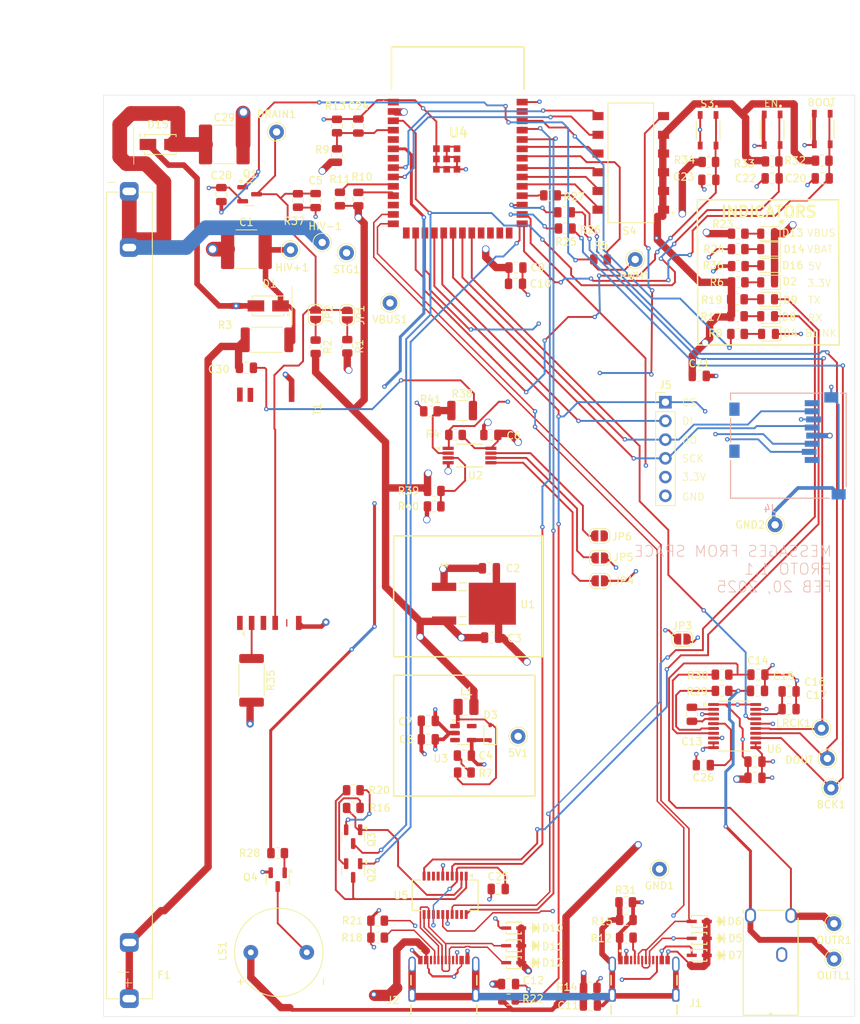
<source format=kicad_pcb>
(kicad_pcb (version 20241229) (generator "pcbnew") (generator_version "9.0")
  (layers (0 "F.Cu" signal) (4 "In1.Cu" signal) (6 "In2.Cu" signal) (2 "B.Cu" signal) (13 "F.Paste" user) (15 "B.Paste" user) (5 "F.SilkS" user "F.Silkscreen") (7 "B.SilkS" user "B.Silkscreen") (1 "F.Mask" user) (3 "B.Mask" user) (25 "Edge.Cuts" user))
  (net 0 "")
  (net 1 "GND")
  (net 2 "+5V")
  (net 3 "/MCU2/SHELL_GND")
  (net 4 "Net-(D3-A)")
  (net 5 "/Audio2/OUTR")
  (net 6 "/Audio2/OUTL")
  (net 7 "Net-(D1-A)")
  (net 8 "/MCU2/RX_LED")
  (net 9 "Net-(Q1-G)")
  (net 11 "Net-(D1-K)")
  (net 13 "/Power2/CATHODE")
  (net 14 "Net-(JP1-A)")
  (net 15 "Net-(JP1-B)")
  (net 16 "Net-(JP2-B)")
  (net 17 "/PWM")
  (net 18 "/MOSI")
  (net 19 "/I2S_LRCK")
  (net 20 "/I2S_DOUT")
  (net 21 "/I2S_BCK")
  (net 22 "/MUTE")
  (net 23 "Net-(D13-A)")
  (net 24 "/MCU2/TX_LED")
  (net 25 "/MISO")
  (net 26 "/CS")
  (net 27 "/MCU2/DP_N")
  (net 28 "Net-(Q2-G)")
  (net 29 "Net-(Q2-S)")
  (net 30 "Net-(Q3-G)")
  (net 33 "/EN")
  (net 34 "Net-(Q3-D)")
  (net 35 "Net-(U4-IO4{slash}ADC1_CH3)")
  (net 38 "/GPIO40")
  (net 40 "/Power2/ANODE")
  (net 42 "/GPIO38")
  (net 47 "/GPIO39")
  (net 48 "Net-(C30-Pad2)")
  (net 49 "/GPIO42")
  (net 50 "/GPIO16")
  (net 58 "Net-(JP4-A)")
  (net 59 "Net-(Q4-C)")
  (net 60 "Net-(Q4-B)")
  (net 61 "/BEEP")
  (net 62 "/SCK")
  (net 63 "Net-(C4-Pad2)")
  (net 64 "Net-(U6-CAPP)")
  (net 65 "Net-(U6-CAPM)")
  (net 66 "Net-(U6-LDOO)")
  (net 67 "Net-(J1-CC1)")
  (net 68 "Net-(J1-CC2)")
  (net 70 "Net-(J2-CC1)")
  (net 71 "Net-(J2-CC2)")
  (net 77 "Net-(U6-OUTL)")
  (net 78 "Net-(U6-OUTR)")
  (net 79 "Net-(U6-VNEG)")
  (net 80 "Net-(D2-A)")
  (net 81 "Net-(U4-IO35)")
  (net 82 "/MCU2/DP_P")
  (net 83 "Net-(R35-Pad1)")
  (net 84 "Net-(U4-IO36)")
  (net 86 "Net-(D8-A)")
  (net 87 "Net-(D9-A)")
  (net 88 "+3.3V")
  (net 89 "/SDA")
  (net 90 "/SCL")
  (net 91 "/USB_D-")
  (net 92 "/USB_D+")
  (net 93 "/GPIO0")
  (net 94 "VBUS")
  (net 97 "/GPIO46")
  (net 98 "Net-(D14-A)")
  (net 101 "Net-(U5-3V3OUT)")
  (net 102 "Net-(U4-IO37)")
  (net 103 "AGND")
  (net 104 "/MCU2/TX")
  (net 105 "/MCU2/RX")
  (net 106 "Net-(C1-Pad1)")
  (net 107 "Net-(JP5-A)")
  (net 109 "Net-(D4-A)")
  (net 110 "/BLINK")
  (net 111 "Net-(D16-A)")
  (net 112 "/BAT_SENSE")
  (net 113 "Net-(JP6-B)")
  (net 114 "/RAD_IN")
  (net 115 "/RAD_IN2")
  (net 117 "Net-(U2A-1IN-)")
  (net 118 "Net-(U2A-1IN+)")
  (footprint "Resistor_SMD:R_0805_2012Metric" (layer "F.Cu") (at 85 108)
    (property "Reference" "R4")
    (property "Value" "10k")
  )
  (footprint "Resistor_SMD:R_0805_2012Metric" (layer "F.Cu") (at 121.2 142.725 180)
    (property "Reference" "R29")
    (property "Value" "470R")
  )
  (footprint "Connector_Pin:Pin_D1.0mm_L10.0mm" (layer "F.Cu") (at 136.4 179.1)
    (property "Reference" "OUTL1")
    (property "Value" "TestPoint")
  )
  (footprint "Capacitor_SMD:C_0805_2012Metric" (layer "F.Cu") (at 93.15 87.5)
    (property "Reference" "C10")
    (property "Value" "1uF")
  )
  (footprint "Transformer_SMD:Transformer_Coilcraft_FL2810-1L" (layer "F.Cu") (at 55.3125 101.605 -90)
    (property "Reference" "T1")
    (property "Value" "FL2810-1L")
  )
  (footprint "Resistor_SMD:R_0805_2012Metric" (layer "F.Cu") (at 99.9 80 180)
    (property "Reference" "R25")
    (property "Value" "33R")
  )
  (footprint "Resistor_SMD:R_0805_2012Metric" (layer "F.Cu") (at 134.8 70.8 180)
    (property "Reference" "R32")
    (property "Value" "10k")
  )
  (footprint "PESD5V0S1BA:SOD323_NXP" (layer "F.Cu") (at 118.1 176.3 180)
    (property "Reference" "D5")
    (property "Value" "PESD5V0S1BA")
  )
  (footprint "Package_SO:SSOP-20_3.9x8.7mm_P0.635mm" (layer "F.Cu") (at 83.59 170.4575 -90)
    (property "Reference" "U5")
    (property "Value" "FT231XS")
  )
  (footprint "Package_TO_SOT_SMD:SOT-23" (layer "F.Cu") (at 57.0375 75.35)
    (property "Reference" "Q1")
    (property "Value" "AO3400A")
  )
  (footprint "Connector_Pin:Pin_D1.0mm_L10.0mm" (layer "F.Cu") (at 112.7 166.9)
    (property "Reference" "GND1")
    (property "Value" "TestPoint")
  )
  (footprint "Resistor_SMD:R_0805_2012Metric" (layer "F.Cu") (at 103.3 183 180)
    (property "Reference" "R14")
    (property "Value" "5.1k")
  )
  (footprint "Capacitor_SMD:C_0805_2012Metric" (layer "F.Cu") (at 56.6 98.9)
    (property "Reference" "C30")
    (property "Value" "1000pF")
  )
  (footprint "Package_TO_SOT_SMD:SOT-23" (layer "F.Cu") (at 71.1 167.1 -90)
    (property "Reference" "Q2")
    (property "Value" "2N7002-TP")
  )
  (footprint "AP7363_33D_13:TO252-3L_DIO" (layer "F.Cu") (at 90 130.9 -90)
    (property "Reference" "U1")
    (property "Value" "AP7363-33D-13")
  )
  (footprint "Resistor_SMD:R_0805_2012Metric" (layer "F.Cu") (at 123.2875 91.9)
    (property "Reference" "R17")
    (property "Value" "22R")
  )
  (footprint "Connector_Pin:Pin_D1.0mm_L10.0mm" (layer "F.Cu") (at 93.5 148.9)
    (property "Reference" "5V1")
    (property "Value" "TestPoint")
  )
  (footprint "Resistor_SMD:R_0805_2012Metric" (layer "F.Cu") (at 121.2 140.525 180)
    (property "Reference" "R30")
    (property "Value" "470R")
  )
  (footprint "Resistor_SMD:R_0805_2012Metric" (layer "F.Cu") (at 128 70.9 180)
    (property "Reference" "R33")
    (property "Value" "10k")
  )
  (footprint "ES1H:DIOM4226X244N" (layer "F.Cu") (at 44.9 68.6)
    (property "Reference" "D15")
    (property "Value" "ES1H")
  )
  (footprint "Capacitor_SMD:C_0805_2012Metric" (layer "F.Cu") (at 89.5981 126.1)
    (property "Reference" "C2")
    (property "Value" "10uF")
  )
  (footprint "Resistor_SMD:R_0805_2012Metric" (layer "F.Cu") (at 74.4225 173.9 180)
    (property "Reference" "R21")
    (property "Value" "5.1k")
  )
  (footprint "LED_SMD:LED_0805_2012Metric" (layer "F.Cu") (at 127.4 85 180)
    (property "Reference" "D16")
    (property "Value" "YELLOW")
  )
  (footprint "Fuse:Fuseholder_Clip-7.62mm_Littelfuse" (layer "F.Cu") (at 44.765 184.9225 90)
    (property "Reference" "F1")
    (property "Value" "Clip")
  )
  (footprint "Resistor_SMD:R_0805_2012Metric" (layer "F.Cu") (at 99.8 77.8 180)
    (property "Reference" "R26")
    (property "Value" "33R")
  )
  (footprint "Resistor_SMD:R_0805_2012Metric" (layer "F.Cu") (at 74.4225 176.2 180)
    (property "Reference" "R18")
    (property "Value" "5.1k")
  )
  (footprint "Capacitor_SMD:C_0805_2012Metric" (layer "F.Cu") (at 126.0625 140.525)
    (property "Reference" "C14")
    (property "Value" "2.2nF")
  )
  (footprint "Resistor_SMD:R_0805_2012Metric" (layer "F.Cu") (at 63.6 76.2 90)
    (property "Reference" "R37")
    (property "Value" "100R")
  )
  (footprint "Capacitor_SMD:C_0805_2012Metric" (layer "F.Cu") (at 81.3 146.79)
    (property "Reference" "C7")
    (property "Value" "10uF")
  )
  (footprint "Capacitor_SMD:C_0805_2012Metric" (layer "F.Cu") (at 125.6625 154.525)
    (property "Reference" "C19" (hide yes))
    (property "Value" "0.1uF")
  )
  (footprint "Jumper:SolderJumper-2_P1.3mm_Open_RoundedPad1.0x1.5mm" (layer "F.Cu") (at 66 91.7 -90)
    (property "Reference" "JP2")
    (property "Value" "SolderJumper_2_Open")
  )
  (footprint "Resistor_SMD:R_0805_2012Metric" (layer "F.Cu") (at 119.4 70.9715 180)
    (property "Reference" "R34")
    (property "Value" "10k")
  )
  (footprint "Capacitor_SMD:C_2220_5750Metric" (layer "F.Cu") (at 56.6 82.8)
    (property "Reference" "C1")
    (property "Value" "1uF/ 500V")
  )
  (footprint "Resistor_SMD:R_0805_2012Metric" (layer "F.Cu") (at 123.3875 87.3 180)
    (property "Reference" "R6")
    (property "Value" "4.7k")
  )
  (footprint "Connector_Pin:Pin_D1.0mm_L10.0mm" (layer "F.Cu") (at 134.7 147.8)
    (property "Reference" "LRCK1")
    (property "Value" "TestPoint")
  )
  (footprint "Capacitor_SMD:C_0805_2012Metric" (layer "F.Cu") (at 128 73.2)
    (property "Reference" "C22")
    (property "Value" "0.1uF")
  )
  (footprint "Capacitor_SMD:C_0805_2012Metric" (layer "F.Cu") (at 125.6625 152.325)
    (property "Reference" "C18" (hide yes))
    (property "Value" "10uF")
  )
  (footprint "Capacitor_SMD:C_2220_5750Metric" (layer "F.Cu") (at 53.6 68.6)
    (property "Reference" "C29")
    (property "Value" "1uF/ 500V")
  )
  (footprint "Connector_Pin:Pin_D1.0mm_L10.0mm" (layer "F.Cu") (at 60.7 66.9)
    (property "Reference" "DRAIN1")
    (property "Value" "TestPoint")
  )
  (footprint "PESD5V0S1BA:SOD323_NXP" (layer "F.Cu") (at 92.9 179.6 180)
    (property "Reference" "D12")
    (property "Value" "PESD5V0S1BA")
  )
  (footprint "Resistor_SMD:R_2512_6332Metric" (layer "F.Cu") (at 57.3 141.3 -90)
    (property "Reference" "R35")
    (property "Value" "10R")
  )
  (footprint "LM393BIPWR:PW0008A-MFG" (layer "F.Cu") (at 86.9 110.8)
    (property "Reference" "U2")
    (property "Value" "LM393BIPWR")
  )
  (footprint "Resistor_SMD:R_0805_2012Metric" (layer "F.Cu") (at 60.85 164.7375 180)
    (property "Reference" "R28")
    (property "Value" "4.7k")
  )
  (footprint "Resistor_SMD:R_0805_2012Metric" (layer "F.Cu") (at 69.3 76 -90)
    (property "Reference" "R11")
    (property "Value" "10k")
  )
  (footprint "Resistor_SMD:R_0805_2012Metric" (layer "F.Cu") (at 108.2 173.8)
    (property "Reference" "R15")
    (property "Value" "1M")
  )
  (footprint "Inductor_SMD:L_1008_2520Metric" (layer "F.Cu") (at 86.425 144.9 180)
    (property "Reference" "L1")
    (property "Value" "2.2uH")
  )
  (footprint "STX_3000:STX-3000_KYC" (layer "F.Cu") (at 129.300124 178.5 180)
    (property "Reference" "J3" (hide yes))
    (property "Value" "AUDIO JACK")
  )
  (footprint "PESD5V0S1BA:SOD323_NXP" (layer "F.Cu") (at 118.1 178.6 180)
    (property "Reference" "D7")
    (property "Value" "PESD5V0S1BA")
  )
  (footprint "Resistor_SMD:R_0805_2012Metric" (layer "F.Cu") (at 123.3875 80.7 180)
    (property "Reference" "R23")
    (property "Value" "4.7k")
  )
  (footprint "Capacitor_SMD:C_0805_2012Metric" (layer "F.Cu") (at 90.8 169.6)
    (property "Reference" "C25")
    (property "Value" "0.01uF")
  )
  (footprint "Capacitor_SMD:C_0805_2012Metric" (layer "F.Cu") (at 93.2 85.3)
    (property "Reference" "C9")
    (property "Value" "10uF")
  )
  (footprint "Resistor_SMD:R_0805_2012Metric" (layer "F.Cu") (at 123.2875 89.6)
    (property "Reference" "R19")
    (property "Value" "22R")
  )
  (footprint "Resistor_SMD:R_0805_2012Metric" (layer "F.Cu") (at 86.2 153.8 180)
    (property "Reference" "R7")
    (property "Value" "10R")
  )
  (footprint "Resistor_SMD:R_0805_2012Metric" (layer "F.Cu") (at 97.9 75.5 180)
    (property "Reference" "R27")
    (property "Value" "33R")
  )
  (footprint "Jumper:SolderJumper-2_P1.3mm_Open_RoundedPad1.0x1.5mm" (layer "F.Cu") (at 104.55 121.7 180)
    (property "Reference" "JP6")
    (property "Value" "SolderJumper_2_Open")
  )
  (footprint "Capacitor_SMD:C_0805_2012Metric" (layer "F.Cu") (at 118.65 152.8 180)
    (property "Reference" "C26")
    (property "Value" "2.2uF")
  )
  (footprint "Jumper:SolderJumper-2_P1.3mm_Open_RoundedPad1.0x1.5mm" (layer "F.Cu") (at 104.6 124.7)
    (property "Reference" "JP5")
    (property "Value" "SolderJumper_2_Open")
  )
  (footprint "Package_SO:TSSOP-20_4.4x6.5mm_P0.65mm" (layer "F.Cu") (at 122.9 147.5)
    (property "Reference" "U6")
    (property "Value" "PCM5102")
  )
  (footprint "LED_SMD:LED_0805_2012Metric" (layer "F.Cu") (at 127.3875 87.3 180)
    (property "Reference" "D2")
    (property "Value" "YELLOW")
  )
  (footprint "Connector_Pin:Pin_D1.0mm_L10.0mm" (layer "F.Cu") (at 76.1 90.1)
    (property "Reference" "VBUS1")
    (property "Value" "TestPoint")
  )
  (footprint "Connector_Pin:Pin_D1.0mm_L10.0mm" (layer "F.Cu") (at 136.4 174.3)
    (property "Reference" "OUTR1")
    (property "Value" "TestPoint")
  )
  (footprint "Resistor_SMD:R_0805_2012Metric" (layer "F.Cu") (at 92.2 184.6)
    (property "Reference" "R22")
    (property "Value" "10k")
  )
  (footprint "Resistor_SMD:R_0805_2012Metric" (layer "F.Cu") (at 68.9 66.1 -90)
    (property "Reference" "R13")
    (property "Value" "10k")
  )
  (footprint "Resistor_SMD:R_0805_2012Metric" (layer "F.Cu") (at 82.1 117.7)
    (property "Reference" "R40")
    (property "Value" "10k")
  )
  (footprint "PESD5V0S1BA:SOD323_NXP" (layer "F.Cu") (at 118.1 174 180)
    (property "Reference" "D6")
    (property "Value" "PESD5V0S1BA")
  )
  (footprint "Connector_Pin:Pin_D1.0mm_L10.0mm" (layer "F.Cu") (at 66.9 81.9)
    (property "Reference" "HIV-1")
    (property "Value" "TestPoint")
  )
  (footprint "Capacitor_SMD:C_0805_2012Metric" (layer "F.Cu") (at 117.1 145.9 -90)
    (property "Reference" "C13")
    (property "Value" "2.2uF")
  )
  (footprint "Connector_Pin:Pin_D1.0mm_L10.0mm" (layer "F.Cu") (at 135.5 151.9)
    (property "Reference" "DOUT1" (hide yes))
    (property "Value" "TestPoint")
  )
  (footprint "Resistor_SMD:R_0805_2012Metric" (layer "F.Cu") (at 108.2 176.2 180)
    (property "Reference" "R12")
    (property "Value" "5.1k")
  )
  (footprint "USB4105-GF-A:GCT_USB4105-GF-A" (layer "F.Cu") (at 83.4225 184)
    (property "Reference" "J2")
    (property "Value" "USB4105-GF-A")
  )
  (footprint "ES1H:DIOM4226X244N" (layer "F.Cu") (at 59.5625 90.5 180)
    (property "Reference" "D1")
    (property "Value" "ES1H")
  )
  (footprint "Jumper:SolderJumper-2_P1.3mm_Open_RoundedPad1.0x1.5mm" (layer "F.Cu") (at 115.8 135.7)
    (property "Reference" "JP3")
    (property "Value" "SolderJumper_2_Open")
  )
  (footprint "Resistor_SMD:R_0805_2012Metric" (layer "F.Cu") (at 104.6875 84.2)
    (property "Reference" "R5")
    (property "Value" "1K")
  )
  (footprint "Resistor_SMD:R_0805_2012Metric" (layer "F.Cu") (at 71.125 156.2 180)
    (property "Reference" "R20")
    (property "Value" "10k")
  )
  (footprint "Resistor_SMD:R_2512_6332Metric" (layer "F.Cu") (at 59.4 95.1)
    (property "Reference" "R3")
    (property "Value" "560k, 1M")
  )
  (footprint "SKRPABE010:SW_SKRPABE010" (layer "F.Cu") (at 134.8 66.5 -90)
    (property "Reference" "S1" (hide yes))
    (property "Value" "SKRPABE010" (hide yes))
  )
  (footprint "Resistor_SMD:R_0805_2012Metric" (layer "F.Cu") (at 123.4125 85.1 180)
    (property "Reference" "R36")
    (property "Value" "4.7k")
  )
  (footprint "Capacitor_SMD:C_0805_2012Metric" (layer "F.Cu") (at 126.0125 142.725)
    (property "Reference" "C15")
    (property "Value" "2.2nF")
  )
  (footprint "Capacitor_SMD:C_0805_2012Metric" (layer "F.Cu") (at 118.1 100)
    (property "Reference" "C21")
    (property "Value" "0.1uF")
  )
  (footprint "SKRPABE010:SW_SKRPABE010" (layer "F.Cu") (at 119.3 66.6715 -90)
    (property "Reference" "S3")
    (property "Value" "SKRPABE010")
  )
  (footprint "Capacitor_SMD:C_0805_2012Metric" (layer "F.Cu") (at 89.8 108)
    (property "Reference" "C6")
    (property "Value" "0.1uF")
  )
  (footprint "Resistor_SMD:R_1210_3225Metric" (layer "F.Cu") (at 85.9 104.7)
    (property "Reference" "R38")
    (property "Value" "1M")
  )
  (footprint "Capacitor_SMD:C_0805_2012Metric" (layer "F.Cu") (at 130.3 145.2)
    (property "Reference" "C17")
    (property "Value" "0.1uF")
  )
  (footprint "Resistor_SMD:R_0805_2012Metric" (layer "F.Cu") (at 123.3875 82.8 180)
    (property "Reference" "R24")
    (property "Value" "4.7k")
  )
  (footprint "SKRPABE010:SW_SKRPABE010" (layer "F.Cu") (at 128 66.6 -90)
    (property "Reference" "S2" (hide yes))
    (property "Value" "SKRPABE010" (hide yes))
  )
  (footprint "Package_TO_SOT_SMD:SOT-23-5" (layer "F.Cu") (at 86.0625 148.45)
    (property "Reference" "U3")
    (property "Value" "TPS613222ADBV")
  )
  (footprint "Capacitor_SMD:C_0805_2012Metric" (layer "F.Cu") (at 119.4 73.4)
    (property "Reference" "C23")
    (property "Value" "0.1uF")
  )
  (footprint "Resistor_SMD:R_0805_2012Metric" (layer "F.Cu") (at 71.8 76.0125 -90)
    (property "Reference" "R10")
    (property "Value" "10k")
  )
  (footprint "Connector_Pin:Pin_D1.0mm_L10.0mm" (layer "F.Cu") (at 136 155.9)
    (property "Reference" "BCK1")
    (property "Value" "TestPoint")
  )
  (footprint "Jumper:SolderJumper-2_P1.3mm_Open_RoundedPad1.0x1.5mm" (layer "F.Cu") (at 70.3 91.75 -90)
    (property "Reference" "JP1")
    (property "Value" "SolderJumper_2_Open")
  )
  (footprint "Capacitor_SMD:C_0805_2012Metric" (layer "F.Cu") (at 81.3 149.3)
    (property "Reference" "C8")
    (property "Value" "10uF")
  )
  (footprint "Connector_Pin:Pin_D1.0mm_L10.0mm" (layer "F.Cu") (at 70.2 83.3)
    (property "Reference" "STG1")
    (property "Value" "TestPoint")
  )
  (footprint "Jumper:SolderJumper-2_P1.3mm_Open_RoundedPad1.0x1.5mm" (layer "F.Cu") (at 104.6 127.8)
    (property "Reference" "JP4")
    (property "Value" "SolderJumper_2_Open")
  )
  (footprint "LED_SMD:LED_0805_2012Metric" (layer "F.Cu") (at 127.3875 82.8 180)
    (property "Reference" "D14")
    (property "Value" "YELLOW")
  )
  (footprint "Capacitor_SMD:C_0805_2012Metric" (layer "F.Cu") (at 66 76.2125 -90)
    (property "Reference" "C5")
    (property "Value" "1000pF")
  )
  (footprint "LED_SMD:LED_0805_2012Metric" (layer "F.Cu") (at 127.3875 89.6 180)
    (property "Reference" "D9")
    (property "Value" "BLUE")
  )
  (footprint "Capacitor_SMD:C_0805_2012Metric" (layer "F.Cu") (at 53.2 75.4 90)
    (property "Reference" "C28")
    (property "Value" "100pF")
  )
  (footprint "Capacitor_SMD:C_0805_2012Metric" (layer "F.Cu") (at 89.8981 135.5)
    (property "Reference" "C3")
    (property "Value" "10uF")
  )
  (footprint "USB4105-GF-A:GCT_USB4105-GF-A" (layer "F.Cu") (at 110.6 184)
    (property "Reference" "J1")
    (property "Value" "USB4105-GF-A")
  )
  (footprint "Connector_Pin:Pin_D1.0mm_L10.0mm" (layer "F.Cu") (at 109.4 84.2)
    (property "Reference" "PWM1")
    (property "Value" "TestPoint")
  )
  (footprint "Connector_Pin:Pin_D1.0mm_L10.0mm" (layer "F.Cu") (at 128.4 120.2)
    (property "Reference" "GND2")
    (property "Value" "TestPoint")
  )
  (footprint "Package_TO_SOT_SMD:SOT-23" (layer "F.Cu") (at 71.1 162.5 -90)
    (property "Reference" "Q3")
    (property "Value" "2N7002-TP")
  )
  (footprint "DIP switch:DIP SWITCH SW_DS04-254-2-06BK-SMT" (layer "F.Cu") (at 108.8 71.1 180)
    (property "Reference" "S4")
    (property "Value" "DS04-254-2-06BK-SMT")
  )
  (footprint "Capacitor_SMD:C_0805_2012Metric" (layer "F.Cu") (at 130.3 142.8)
    (property "Reference" "C16")
    (property "Value" "10uF")
  )
  (footprint "Resistor_SMD:R_0805_2012Metric" (layer "F.Cu") (at 108.1125 171.4)
    (property "Reference" "R31")
    (property "Value" "1M")
  )
  (footprint "Resistor_SMD:R_0805_2012Metric" (layer "F.Cu") (at 68.9 70.1 -90)
    (property "Reference" "R9")
    (property "Value" "2.7k")
  )
  (footprint "Resistor_SMD:R_0805_2012Metric" (layer "F.Cu") (at 123.3 94.3 180)
    (property "Reference" "R8")
    (property "Value" "4.7k")
  )
  (footprint "Capacitor_SMD:C_0805_2012Metric" (layer "F.Cu") (at 71.8 66.1 90)
    (property "Reference" "C24")
    (property "Value" "0.1uF")
  )
  (footprint "LED_SMD:LED_0805_2012Metric" (layer "F.Cu") (at 127.3875 80.7 180)
    (property "Reference" "D13")
    (property "Value" "BLUE")
  )
  (footprint "LED_SMD:LED_0805_2012Metric" (layer "F.Cu") (at 127.5 94.3 180)
    (property "Reference" "D4")
    (property "Value" "YELLOW")
  )
  (footprint "Resistor_SMD:R_0805_2012Metric" (layer "F.Cu") (at 82.1125 115.6 180)
    (property "Reference" "R39")
    (property "Value" "22k")
  )
  (footprint "Package_TO_SOT_SMD:SOT-23" (layer "F.Cu") (at 60.85 168.3375 -90)
    (property "Reference" "Q4")
    (property "Value" "BC846")
  )
  (footprint "Connector_PinHeader_2.54mm:PinHeader_1x06_P2.54mm_Vertical" (layer "F.Cu") (at 113.5 103.56)
    (property "Reference" "J5")
    (property "Value" "1x6 header")
  )
  (footprint "Resistor_SMD:R_0805_2012Metric" (layer "F.Cu") (at 66 96.05 -90)
    (property "Reference" "R2")
    (property "Value" "220R")
  )
  (footprint "LED_SMD:LED_0805_2012Metric" (layer "F.Cu") (at 127.3875 91.9 180)
    (property "Reference" "D8")
    (property "Value" "GREEN")
  )
  (footprint "KiCad:ESP32S3WROOM1N8R2" (layer "F.Cu") (at 85.3 68.11)
    (property "Reference" "U4")
    (property "Value" "ESP32-S3-WROOM-1-N8" (hide yes))
  )
  (footprint "PESD5V0S1BA:SOD323_NXP" (layer "F.Cu") (at 92.9 177.3 180)
    (property "Reference" "D11")
    (property "Value" "PESD5V0S1BA")
  )
  (footprint "Connector_Pin:Pin_D1.0mm_L10.0mm" (layer "F.Cu") (at 62.6 82.9)
    (property "Reference" "HIV+1")
    (property "Value" "TestPoint")
  )
  (footprint "Resistor_SMD:R_0805_2012Metric" (layer "F.Cu") (at 81.6 104.8)
    (property "Reference" "R41")
    (property "Value" "10k")
  )
  (footprint "Resistor_SMD:R_0805_2012Metric" (layer "F.Cu") (at 70.3 95.9875 -90)
    (property "Reference" "R1")
    (property "Value" "220R")
  )
  (footprint "CMI_1295IC_0385T:CUI_CMI-1295IC-0385T" (layer "F.Cu") (at 61 178.2 90)
    (property "Reference" "LS1")
    (property "Value" "CMI-1295IC-0385T")
  )
  (footprint "Resistor_SMD:R_0805_2012Metric" (layer "F.Cu") (at 71.125 158.6 180)
    (property "Reference" "R16")
    (property "Value" "10k")
  )
  (footprint "Capacitor_SMD:C_0805_2012Metric" (layer "F.Cu") (at 134.8 73.2)
    (property "Reference" "C20")
    (property "Value" "0.1uF")
  )
  (footprint "Capacitor_SMD:C_0805_2012Metric" (layer "F.Cu") (at 92.2 182.5)
    (property "Reference" "C12")
    (property "Value" "0.01uF")
  )
  (footprint "PESD5V0S1BA:SOD323_NXP" (layer "F.Cu") (at 92.9 174.9 180)
    (property "Reference" "D10")
    (property "Value" "PESD5V0S1BA")
  )
  (footprint "Capacitor_SMD:C_0805_2012Metric" (layer "F.Cu") (at 86.2 151.5 180)
    (property "Reference" "C4")
    (property "Value" "120pF")
  )
  (footprint "Capacitor_SMD:C_0805_2012Metric" (layer "F.Cu") (at 103.3125 185.4)
    (property "Reference" "C11")
    (property "Value" "0.01uF")
  )
  (footprint "Diode_SMD:D_SOD-323" (layer "F.Cu") (at 89.7 148.4 90)
    (property "Reference" "D3")
    (property "Value" "D_Schottky")
  )
  (footprint "MEM2061 SD CARD CONNECTOR:MEM2061-01-188-00-A_GCT" (layer "B.Cu") (at 130.2 109.459999 -90)
    (property "Reference" "J4")
    (property "Value" "MEM2061-01-188-00-A")
  )
  (gr_poly (pts (xy 95.8 140.6) (xy 95.8 157) (xy 76.6 157) (xy 76.6 140.6)) (stroke (width 0.2)) (fill no) (layer "F.SilkS"))
  (gr_poly (pts (xy 96.7981 121.7) (xy 96.7981 138.1) (xy 76.5981 138.1) (xy 76.5981 121.7)) (stroke (width 0.2)) (fill no) (layer "F.SilkS"))
  (gr_line (start 41.3 66.1) (end 41.3 71.3) (stroke (width 0.1)) (layer "F.SilkS"))
  (gr_line (start 62.8 87.9) (end 62.8 93.1) (stroke (width 0.1)) (layer "F.SilkS"))
  (gr_circle (center 129.3 79.1) (end 129.616228 79.1) (stroke (width 0.1)) (fill yes) (layer "F.SilkS"))
  (gr_poly (pts (xy 137 76.1) (xy 137.1 95.8) (xy 117.9 95.8) (xy 117.8375 76.1)) (stroke (width 0.2)) (fill no) (layer "F.SilkS"))
  (gr_rect (start 37.2 61.9) (end 139.2 186.9) (stroke (width 0.05)) (fill no) (layer "Edge.Cuts"))
  (gr_text "-" (at 37.3 74.5 0) (layer "F.SilkS") (effects (font (size 1.5 1.5) (thickness 0.1)) (justify left bottom)))
  (gr_text "VBAT" (at 132.7 83.4 0) (layer "F.SilkS") (effects (font (size 1 1) (thickness 0.1)) (justify left bottom)))
  (gr_text "VBUS" (at 132.7 81.2 0) (layer "F.SilkS") (effects (font (size 1 1) (thickness 0.1)) (justify left bottom)))
  (gr_text "INDICATORS" (at 120.9 78.6 0) (layer "F.SilkS") (effects (font (size 1.5 1.5) (thickness 0.3) (bold yes)) (justify left bottom)))
  (gr_text "3.3V" (at 115.7 114.3 0) (layer "F.SilkS") (effects (font (size 1 1) (thickness 0.1)) (justify left bottom)))
  (gr_text "+" (at 39.5 183.1 0) (layer "F.SilkS") (effects (font (size 1.5 1.5) (thickness 0.1)) (justify left bottom)))
  (gr_text "EN" (at 126.8 63.6 0) (layer "F.SilkS") (effects (font (size 1 1) (thickness 0.125)) (justify left bottom)))
  (gr_text "5V" (at 132.8 85.7 0) (layer "F.SilkS") (effects (font (size 1 1) (thickness 0.1)) (justify left bottom)))
  (gr_text "GND" (at 115.7 117 0) (layer "F.SilkS") (effects (font (size 1 1) (thickness 0.1)) (justify left bottom)))
  (gr_text "RX" (at 132.8 92.7 0) (layer "F.SilkS") (effects (font (size 1 1) (thickness 0.1)) (justify left bottom)))
  (gr_text "CS" (at 115.7 104.2 0) (layer "F.SilkS") (effects (font (size 1 1) (thickness 0.1)) (justify left bottom)))
  (gr_text "DI" (at 115.7 106.7 0) (layer "F.SilkS") (effects (font (size 1 1) (thickness 0.1)) (justify left bottom)))
  (gr_text "BOOT" (at 132.7 63.5 0) (layer "F.SilkS") (effects (font (size 1 1) (thickness 0.125)) (justify left bottom)))
  (gr_text "SCK" (at 115.7 111.8 0) (layer "F.SilkS") (effects (font (size 1 1) (thickness 0.1)) (justify left bottom)))
  (gr_text "TX" (at 132.8 90.3 0) (layer "F.SilkS") (effects (font (size 1 1) (thickness 0.1)) (justify left bottom)))
  (gr_text "BLINK" (at 132.4 94.8 0) (layer "F.SilkS") (effects (font (size 1 1) (thickness 0.1)) (justify left bottom)))
  (gr_text "DOUT" (at 131.7 152.1 0) (layer "F.SilkS") (effects (font (size 1 1))))
  (gr_text "DO" (at 115.7 109.3 0) (layer "F.SilkS") (effects (font (size 1 1) (thickness 0.1)) (justify left bottom)))
  (gr_text "3.3V" (at 132.7 88 0) (layer "F.SilkS") (effects (font (size 1 1) (thickness 0.1)) (justify left bottom)))
  (gr_text "MESSAGES FROM SPACE\nPROTO 1.1\nFEB 20, 2025" (at 136.2 129.5 0) (layer "B.SilkS") (effects (font (size 1.5 1.5) (thickness 0.1)) (justify left bottom mirror)))
  (segment (start 133.7 73.2) (end 132.8 74.1) (width 0.254) (layer "F.Cu") (net 1))
  (segment (start 120.4 100) (end 119.05 100) (width 0.6) (layer "F.Cu") (net 1))
  (segment (start 73.51 173.9) (end 73.51 173.59) (width 0.2) (layer "F.Cu") (net 1))
  (segment (start 119.12235 174) (end 119.12235 176.3) (width 1) (layer "F.Cu") (net 1))
  (segment (start 54.25 74.45) (end 56.1 76.3) (width 0.254) (layer "F.Cu") (net 1))
  (segment (start 118.8 74.7) (end 118.9 74.7) (width 0.254) (layer "F.Cu") (net 1))
  (segment (start 85.2 71.7) (end 85.2 70.3) (width 0.254) (layer "F.Cu") (net 1))
  (segment (start 117.1 180.1) (end 118.7 180.1) (width 1) (layer "F.Cu") (net 1))
  (segment (start 85.2125 148.45) (end 85.1625 148.4) (width 0.508) (layer "F.Cu") (net 1))
  (segment (start 93.92235 174.9) (end 93.92235 179.6) (width 1) (layer "F.Cu") (net 1))
  (segment (start 102.4 182.9875) (end 102.4 181) (width 0.762) (layer "F.Cu") (net 1))
  (segment (start 90 130.9) (end 90.8481 131.7481) (width 0.254) (layer "F.Cu") (net 1))
  (segment (start 125.625 68.775) (end 125.6 68.8) (width 0.254) (layer "F.Cu") (net 1))
  (segment (start 126.825 68.775) (end 125.625 68.775) (width 0.254) (layer "F.Cu") (net 1))
  (segment (start 90 130.9) (end 90.5481 130.3519) (width 0.254) (layer "F.Cu") (net 1))
  (segment (start 125.8 74.3) (end 125.9 74.2) (width 0.254) (layer "F.Cu") (net 1))
  (segment (start 113.95 134.5) (end 113.5 134.5) (width 0.254) (layer "F.Cu") (net 1))
  (segment (start 71.8 65.15) (end 74.37 62.58) (width 0.254) (layer "F.Cu") (net 1))
  (segment (start 90.8481 131.7481) (end 90.8481 135.5) (width 1) (layer "F.Cu") (net 1))
  (segment (start 115 135.55) (end 113.95 134.5) (width 0.254) (layer "F.Cu") (net 1))
  (segment (start 105.5 124.7) (end 106.8 126) (width 0.254) (layer "F.Cu") (net 1))
  (segment (start 118.225 64.5965) (end 118.225 66.575) (width 0.254) (layer "F.Cu") (net 1))
  (segment (start 107.3 176.2125) (end 107.2875 176.2) (width 0.508) (layer "F.Cu") (net 1))
  (segment (start 128.325 80.7) (end 128.325 87.3) (width 1) (layer "F.Cu") (net 1))
  (segment (start 86.6225 179.445) (end 86.6225 178) (width 0.508) (layer "F.Cu") (net 1))
  (segment (start 59.8 167.3) (end 58.8 167.3) (width 0.4) (layer "F.Cu") (net 1))
  (segment (start 68.9 65.1875) (end 67.1125 65.1875) (width 0.254) (layer "F.Cu") (net 1))
  (segment (start 68.9375 65.15) (end 68.9 65.1875) (width 0.254) (layer "F.Cu") (net 1))
  (segment (start 79.5 62.6) (end 80.6 63.7) (width 0.254) (layer "F.Cu") (net 1))
  (segment (start 109.1125 173.8) (end 109.1125 171.4875) (width 0.508) (layer "F.Cu") (net 1))
  (segment (start 83.8 68.9) (end 85.2 68.9) (width 0.254) (layer "F.Cu") (net 1))
  (segment (start 63.6 77.1125) (end 63.65 77.1625) (width 0.254) (layer "F.Cu") (net 1))
  (segment (start 118.45 74.35) (end 118.8 74.7) (width 0.254) (layer "F.Cu") (net 1))
  (segment (start 53.2 74.45) (end 54.25 74.45) (width 0.254) (layer "F.Cu") (net 1))
  (segment (start 94.1 85.35) (end 94.15 85.3) (width 0.254) (layer "F.Cu") (net 1))
  (segment (start 125.9 74.3) (end 125.8 74.3) (width 0.254) (layer "F.Cu") (net 1))
  (segment (start 71.8 65.15) (end 68.9375 65.15) (width 0.254) (layer "F.Cu") (net 1))
  (segment (start 102.4 182.9875) (end 102.3625 183.025) (width 0.254) (layer "F.Cu") (net 1))
  (segment (start 113.8 178.2) (end 113.9 178.1) (width 0.254) (layer "F.Cu") (net 1))
  (segment (start 93.93 62.7) (end 94.05 62.58) (width 0.254) (layer "F.Cu") (net 1))
  (segment (start 107.2875 176.2) (end 107.2875 175.625) (width 0.508) (layer "F.Cu") (net 1))
  (segment (start 84.9725 148.59) (end 85.1625 148.4) (width 0.2) (layer "F.Cu") (net 1))
  (segment (start 129.6 80.7) (end 128.325 80.7) (width 1) (layer "F.Cu") (net 1))
  (segment (start 91.3981 135.5) (end 94.6981 138.8) (width 1) (layer "F.Cu") (net 1))
  (segment (start 94.1 87.5) (end 94.1 88.25) (width 0.254) (layer "F.Cu") (net 1))
  (segment (start 107.3 179.245) (end 107.3 176.2125) (width 0.508) (layer "F.Cu") (net 1))
  (segment (start 132.525 68.675) (end 132.5 68.7) (width 0.254) (layer "F.Cu") (net 1))
  (segment (start 93.92235 179.6) (end 93.92235 179.82765) (width 0.254) (layer "F.Cu") (net 1))
  (segment (start 79.1 177.9) (end 80.2225 179.0225) (width 0.4) (layer "F.Cu") (net 1))
  (segment (start 89.6 171) (end 89.7 170.9) (width 0.254) (layer "F.Cu") (net 1))
  (segment (start 76.57 62.6) (end 79.5 62.6) (width 0.254) (layer "F.Cu") (net 1))
  (segment (start 74.37 62.58) (end 76.55 62.58) (width 0.254) (layer "F.Cu") (net 1))
  (segment (start 81.124616 117.762884) (end 81.124616 119.475384) (width 0.6) (layer "F.Cu") (net 1))
  (segment (start 86.4 71.97) (end 85.2 71.97) (width 0.254) (layer "F.Cu") (net 1))
  (segment (start 118.7 180.1) (end 119.12235 179.67765) (width 1) (layer "F.Cu") (net 1))
  (segment (start 113.8 179.345) (end 113.8 178.2) (width 0.254) (layer "F.Cu") (net 1))
  (segment (start 105.25 124.7) (end 105.5 124.7) (width 0.254) (layer "F.Cu") (net 1))
  (segment (start 51.5 74.5) (end 51.55 74.45) (width 0.254) (layer "F.Cu") (net 1))
  (segment (start 89.85 169.6) (end 89.85 170.75) (width 0.254) (layer "F.Cu") (net 1))
  (segment (start 85.3 148.45) (end 85.2125 148.45) (width 0.508) (layer "F.Cu") (net 1))
  (segment (start 119.12235 176.3) (end 119.12235 178.6) (width 1) (layer "F.Cu") (net 1))
  (segment (start 109.1125 171.4875) (end 109.025 171.4) (width 0.508) (layer "F.Cu") (net 1))
  (segment (start 74.6 172.5) (end 74.5 172.6) (width 0.4) (layer "F.Cu") (net 1))
  (segment (start 84.024616 111.774999) (end 84.024616 112.875384) (width 0.4) (layer "F.Cu") (net 1))
  (segment (start 132.4 68.7) (end 132.4 68.8) (width 0.254) (layer "F.Cu") (net 1))
  (segment (start 128.4375 94.3) (end 131.9 94.3) (width 0.254) (layer "F.Cu") (net 1))
  (segment (start 88.85 106.75) (end 89.3 106.3) (width 0.5) (layer "F.Cu") (net 1))
  (segment (start 89.85 170.75) (end 89.6 171) (width 0.254) (layer "F.Cu") (net 1))
  (segment (start 96.4 62.8) (end 96.35 62.85) (width 0.254) (layer "F.Cu") (net 1))
  (segment (start 119.12235 179.67765) (end 119.12235 178.6) (width 1) (layer "F.Cu") (net 1))
  (segment (start 80.2225 179.0225) (end 80.2225 179.445) (width 0.4) (layer "F.Cu") (net 1))
  (segment (start 83.8 70.3) (end 83.8 68.9) (width 0.254) (layer "F.Cu") (net 1))
  (segment (start 80.6 63.7) (end 82.4 65.5) (width 0.254) (layer "F.Cu") (net 1))
  (segment (start 73.51 173.9) (end 73.51 176.2) (width 0.2) (layer "F.Cu") (net 1))
  (segment (start 118.45 73.4) (end 118.45 74.35) (width 0.254) (layer "F.Cu") (net 1))
  (segment (start 53.2 74.45) (end 51.55 74.45) (width 0.254) (layer "F.Cu") (net 1))
  (segment (start 132.4 68.8) (end 132.5 68.7) (width 0.254) (layer "F.Cu") (net 1))
  (segment (start 133.7 64.6) (end 133.7 68.6) (width 0.5) (layer "F.Cu") (net 1))
  (segment (start 118.225 66.575) (end 118.2 66.6) (width 0.254) (layer "F.Cu") (net 1))
  (segment (start 118.8 74.6) (end 118.8 74.7) (width 0.254) (layer "F.Cu") (net 1))
  (segment (start 85.2 70.3) (end 83.8 70.3) (width 0.254) (layer "F.Cu") (net 1))
  (segment (start 80.6875 104.8) (end 80.6875 104.5875) (width 0.254) (layer "F.Cu") (net 1))
  (segment (start 84.06 148.59) (end 84.9725 148.59) (width 0.2) (layer "F.Cu") (net 1))
  (segment (start 82.25 150.65) (end 82.25 149.3) (width 0.508) (layer "F.Cu") (net 1))
  (segment (start 133.85 73.2) (end 133.7 73.2) (width 0.254) (layer "F.Cu") (net 1))
  (segment (start 73.51 173.59) (end 74.6 172.5) (width 0.4) (layer "F.Cu") (net 1))
  (segment (start 132.8 74.1) (end 132.9 74) (width 0.254) (layer "F.Cu") (net 1))
  (segment (start 88.85 108) (end 88.85 108.15) (width 0.254) (layer "F.Cu") (net 1))
  (segment (start 56.1 76.3) (end 56.05 76.35) (width 0.508) (layer "F.Cu") (net 1))
  (segment (start 73.51 177.0875) (end 73.9225 177.5) (width 0.2) (layer "F.Cu") (net 1))
  (segment (start 94.1 87.5) (end 94.1 85.35) (width 0.254) (layer "F.Cu") (net 1))
  (segment (start 80.6875 104.5875) (end 79.75 103.65) (width 0.254) (layer "F.Cu") (net 1))
  (segment (start 81.1875 117.7) (end 81.124616 117.762884) (width 0.6) (layer "F.Cu") (net 1))
  (segment (start 82.4 71.7) (end 85.2 71.7) (width 0.254) (layer "F.Cu") (net 1))
  (segment (start 93.92235 179.6) (end 93.7 179.6) (width 0.254) (layer "F.Cu") (net 1))
  (segment (start 93.92235 179.6) (end 93.92235 179.72235) (width 0.254) (layer "F.Cu") (net 1))
  (segment (start 126.9 73.2) (end 125.9 74.2) (width 0.254) (layer "F.Cu") (net 1))
  (segment (start 118.225 66.625) (end 118.225 68.7465) (width 0.254) (layer "F.Cu") (net 1))
  (segment (start 93.92235 179.6) (end 93.8 179.6) (width 0.254) (layer "F.Cu") (net 1))
  (segment (start 85.1625 148.4) (end 84.01 148.4) (width 0.508) (layer "F.Cu") (net 1))
  (segment (start 133.625 68.675) (end 132.525 68.675) (width 0.254) (layer "F.Cu") (net 1))
  (segment (start 102.3625 183.025) (end 102.3875 183) (width 0.254) (layer "F.Cu") (net 1))
  (segment (start 94.05 62.85) (end 96.35 62.85) (width 0.254) (layer "F.Cu") (net 1))
  (segment (start 84.01 148.4) (end 82.4 146.79) (width 0.508) (layer "F.Cu") (net 1))
  (segment (start 115.1 178.1) (end 116.9 179.9) (width 0.254) (layer "F.Cu") (net 1))
  (segment (start 132.5 68.7) (end 132.4 68.7) (width 0.254) (layer "F.Cu") (net 1))
  (segment (start 126.825 64.625) (end 126.825 68.775) (width 0.5) (layer "F.Cu") (net 1))
  (segment (start 113.9 178.1) (end 115.1 178.1) (width 0.254) (layer "F.Cu") (net 1))
  (segment (start 115 136.1) (end 115 135.55) (width 0.254) (layer "F.Cu") (net 1))
  (segment (start 83.2725 167.8575) (end 83.2725 166.4275) (width 0.254) (layer "F.Cu") (net 1))
  (segment (start 88.85 108) (end 88.85 106.75) (width 0.5) (layer "F.Cu") (net 1))
  (segment (start 133.625 64.525) (end 133.7 64.6) (width 0.5) (layer "F.Cu") (net 1))
  (segment (start 130.8 79.5) (end 129.6 80.7) (width 1) (layer "F.Cu") (net 1))
  (segment (start 127.05 73.2) (end 126.9 73.2) (width 0.254) (layer "F.Cu") (net 1))
  (segment (start 66 78.4) (end 66 77.1625) (width 0.254) (layer "F.Cu") (net 1))
  (segment (start 93.92235 179.72235) (end 94.9 180.7) (width 1) (layer "F.Cu") (net 1))
  (segment (start 116.9 179.9) (end 117.1 180.1) (width 1) (layer "F.Cu") (net 1))
  (segment (start 82.25 149.3) (end 83.35 149.3) (width 0.508) (layer "F.Cu") (net 1))
  (segment (start 83.35 149.3) (end 84.06 148.59) (width 0.508) (layer "F.Cu") (net 1))
  (segment (start 76.55 62.58) (end 76.57 62.6) (width 0.254) (layer "F.Cu") (net 1))
  (segment (start 91.25 182.5) (end 90.1 182.5) (width 1) (layer "F.Cu") (net 1))
  (segment (start 118.9 74.7) (end 118.8 74.6) (width 0.254) (layer "F.Cu") (net 1))
  (segment (start 102.3875 183) (end 102.4 182.9875) (width 0.254) (layer "F.Cu") (net 1))
  (segment (start 83.9075 174.285) (end 83.9225 174.3) (width 0.2) (layer "F.Cu") (net 1))
  (segment (start 91.6 182.15) (end 91.25 182.5) (width 0.254) (layer "F.Cu") (net 1))
  (segment (start 82.4 65.5) (end 82.4 71.7) (width 0.254) (layer "F.Cu") (net 1))
  (segment (start 107.2875 175.625) (end 109.1125 173.8) (width 0.508) (layer "F.Cu") (net 1))
  (segment (start 102.3625 183.025) (end 102.3625 185.4) (width 1) (layer "F.Cu") (net 1))
  (segment (start 63.65 77.1625) (end 66 77.1625) (width 0.254) (layer "F.Cu") (net 1))
  (segment (start 109.025 171.4) (end 110.3 171.4) (width 0.508) (layer "F.Cu") (net 1))
  (segment (start 73.51 176.2) (end 73.51 177.0875) (width 0.2) (layer "F.Cu") (net 1))
  (segment (start 83.2725 166.4275) (end 83.3 166.4) (width 0.254) (layer "F.Cu") (net 1))
  (segment (start 94.1 88.25) (end 94.85 89) (width 0.254) (layer "F.Cu") (net 1))
  (segment (start 118.2 66.6) (end 118.225 66.625) (width 0.254) (layer "F.Cu") (net 1))
  (segment (start 67.1 65.2) (end 67.1125 65.1875) (width 0.254) (layer "F.Cu") (net 1))
  (segment (start 83.9075 173.0575) (end 83.9075 174.285) (width 0.2) (layer "F.Cu") (net 1))
  (segment (start 90.5481 130.3519) (end 90.5481 126.1) (width 1) (layer "F.Cu") (net 1))
  (segment (start 59.9 167.4) (end 59.8 167.3) (width 0.254) (layer "F.Cu") (net 1))
  (segment (start 90.8481 135.5) (end 91.3981 135.5) (width 1) (layer "F.Cu") (net 1))
  (segment (start 128.325 80.7) (end 128.325 80.425) (width 1) (layer "F.Cu") (net 1))
  (segment (start 125.9 74.2) (end 125.9 74.3) (width 0.254) (layer "F.Cu") (net 1))
  (segment (start 82.25 146.79) (end 82.25 145.25) (width 0.508) (layer "F.Cu") (net 1))
  (segment (start 133.7 68.6) (end 133.625 68.675) (width 0.5) (layer "F.Cu") (net 1))
  (via (at 125.6 68.8) (size 0.6) (drill 0.3) (layers "F.Cu" "B.Cu") (net 1))
  (via (at 51.5 74.5) (size 0.6) (drill 0.3) (layers "F.Cu" "B.Cu") (net 1))
  (via (at 130.8 79.5) (size 1) (drill 0.8) (layers "F.Cu" "B.Cu") (net 1))
  (via (at 79.1 177.9) (size 0.6) (drill 0.3) (layers "F.Cu" "B.Cu") (net 1))
  (via (at 82.25 145.25) (size 0.6) (drill 0.3) (layers "F.Cu" "B.Cu") (net 1))
  (via (at 90 182.5) (size 0.8) (drill 0.5) (layers "F.Cu" "B.Cu") (net 1))
  (via (at 89.6 171) (size 0.6) (drill 0.3) (layers "F.Cu" "B.Cu") (net 1))
  (via (at 80.6 63.7) (size 0.6) (drill 0.3) (layers "F.Cu" "B.Cu") (net 1))
  (via (at 94.9 180.7) (size 0.8) (drill 0.5) (layers "F.Cu" "B.Cu") (net 1))
  (via (at 113.9 178.1) (size 0.6) (drill 0.3) (layers "F.Cu" "B.Cu") (net 1))
  (via (at 96.4 62.8) (size 0.6) (drill 0.3) (layers "F.Cu" "B.Cu") (net 1))
  (via (at 74.6 172.5) (size 0.6) (drill 0.3) (layers "F.Cu" "B.Cu") (net 1))
  (via (at 136.028401 101.5) (size 0.6) (drill 0.3) (layers "F.Cu" "B.Cu") (net 1))
  (via (at 89.4 106.3) (size 1) (drill 0.8) (layers "F.Cu" "B.Cu") (net 1))
  (via (at 84 112.9) (size 1) (drill 0.8) (layers "F.Cu" "B.Cu") (net 1))
  (via (at 86.6225 178) (size 0.6) (drill 0.3) (layers "F.Cu" "B.Cu") (net 1))
  (via (at 58.8 167.3) (size 0.6) (drill 0.3) (layers "F.Cu" "B.Cu") (net 1))
  (via (at 132.8 74.1) (size 0.6) (drill 0.3) (layers "F.Cu" "B.Cu") (net 1))
  (via (at 83.9225 174.3) (size 0.6) (drill 0.3) (layers "F.Cu" "B.Cu") (net 1))
  (via (at 94.6981 138.8) (size 1) (drill 0.8) (layers "F.Cu" "B.Cu") (net 1))
  (via (at 106.8 126) (size 0.6) (drill 0.3) (layers "F.Cu" "B.Cu") (net 1))
  (via (at 120.4 100) (size 0.6) (drill 0.3) (layers "F.Cu" "B.Cu") (net 1))
  (via (at 118.2 66.6) (size 0.6) (drill 0.3) (layers "F.Cu" "B.Cu") (net 1))
  (via (at 79.75 103.65) (size 0.6) (drill 0.3) (layers "F.Cu" "B.Cu") (net 1))
  (via (at 110.3 171.4) (size 0.6) (drill 0.3) (layers "F.Cu" "B.Cu") (net 1))
  (via (at 131.928401 105.9) (size 0.6) (drill 0.3) (layers "F.Cu" "B.Cu") (net 1))
  (via (at 73.9225 177.5) (size 0.6) (drill 0.3) (layers "F.Cu" "B.Cu") (net 1))
  (via (at 118.8 74.7) (size 0.6) (drill 0.3) (layers "F.Cu" "B.Cu") (net 1))
  (via (at 94.85 89) (size 0.6) (drill 0.3) (layers "F.Cu" "B.Cu") (net 1))
  (via (at 102.4 181) (size 0.8) (drill 0.5) (layers "F.Cu" "B.Cu") (net 1))
  (via (at 82.25 150.65) (size 0.6) (drill 0.3) (layers "F.Cu" "B.Cu") (net 1))
  (via (at 67.1 65.2) (size 0.6) (drill 0.3) (layers "F.Cu" "B.Cu") (net 1))
  (via (at 66 78.4) (size 0.6) (drill 0.3) (layers "F.Cu" "B.Cu") (net 1))
  (via (at 131.9 94.3) (size 0.6) (drill 0.3) (layers "F.Cu" "B.Cu") (net 1))
  (via (at 132.4 68.7) (size 0.6) (drill 0.3) (layers "F.Cu" "B.Cu") (net 1))
  (via (at 86.4 71.97) (size 0.6) (drill 0.3) (layers "F.Cu" "B.Cu") (net 1))
  (via (at 81.1 119.5) (size 1) (drill 0.8) (layers "F.Cu" "B.Cu") (net 1))
  (via (at 83.3 166.4) (size 0.6) (drill 0.3) (layers "F.Cu" "B.Cu") (net 1))
  (via (at 113.5 134.5) (size 0.6) (drill 0.3) (layers "F.Cu" "B.Cu") (net 1))
  (via (at 125.9 74.3) (size 0.6) (drill 0.3) (layers "F.Cu" "B.Cu") (net 1))
  (segment (start 137.028401 103.909999) (end 137.028401 116.060001) (width 0.254) (layer "B.Cu") (net 1))
  (segment (start 132.028402 105.899999) (end 132.028401 105.9) (width 0.254) (layer "B.Cu") (net 1))
  (segment (start 128.2 118.5) (end 128.2 120.6) (width 0.5) (layer "B.Cu") (net 1))
  (segment (start 133.628401 105.899999) (end 132.028402 105.899999) (width 0.254) (layer "B.Cu") (net 1))
  (segment (start 136.028401 102.909999) (end 136.028401 101.5) (width 0.3) (layer "B.Cu") (net 1))
  (segment (start 132.028401 105.9) (end 131.928401 105.9) (width 0.254) (layer "B.Cu") (net 1))
  (segment (start 136.1984 102.74) (end 136.028401 102.909999) (width 0.254) (layer "B.Cu") (net 1))
  (segment (start 136.028401 102.909999) (end 137.028401 103.909999) (width 0.254) (layer "B.Cu") (net 1))
  (segment (start 137.028401 116.060001) (end 136.1684 115.2) (width 0.5) (layer "B.Cu") (net 1))
  (segment (start 131.928401 105.9) (end 131.928401 106) (width 0.254) (layer "B.Cu") (net 1))
  (segment (start 131.5 115.2) (end 128.2 118.5) (width 0.5) (layer "B.Cu") (net 1))
  (segment (start 136.1684 115.2) (end 131.5 115.2) (width 0.5) (layer "B.Cu") (net 1))
  (segment (start 131.928401 106) (end 132.028401 105.9) (width 0.254) (layer "B.Cu") (net 1))
  (segment (start 88 152.7) (end 87.15 151.85) (width 0.5) (layer "F.Cu") (net 2))
  (segment (start 89.65 149.4) (end 87.3 149.4) (width 0.508) (layer "F.Cu") (net 2))
  (segment (start 87.25 149.45) (end 87.2 149.4) (width 0.2) (layer "F.Cu") (net 2))
  (segment (start 120.7 85.1) (end 120 85.8) (width 0.5) (layer "F.Cu") (net 2))
  (segment (start 80.35 150.85) (end 80.8 151.3) (width 0.5) (layer "F.Cu") (net 2))
  (segment (start 87.2 151.35) (end 86.95 151.6) (width 0.2) (layer "F.Cu") (net 2))
  (segment (start 87.3 149.4) (end 87.25 149.45) (width 0.508) (layer "F.Cu") (net 2))
  (segment (start 88.9 152.7) (end 88 152.7) (width 0.5) (layer "F.Cu") (net 2))
  (segment (start 80.35 149.3) (end 80.35 146.94) (width 0.508) (layer "F.Cu") (net 2))
  (segment (start 87.15 151.85) (end 87.15 151.5) (width 0.5) (layer "F.Cu") (net 2))
  (segment (start 89.7 149.45) (end 89.65 149.4) (width 0.254) (layer "F.Cu") (net 2))
  (segment (start 87.2 149.4) (end 87.2 151.35) (width 0.508) (layer "F.Cu") (net 2))
  (segment (start 80.35 146.94) (end 80.5 146.79) (width 0.2) (layer "F.Cu") (net 2))
  (segment (start 120 85.8) (end 120.1 85.7) (width 0.254) (layer "F.Cu") (net 2))
  (segment (start 80.35 149.3) (end 80.35 150.85) (width 0.5) (layer "F.Cu") (net 2))
  (segment (start 122.5 85.1) (end 120.7 85.1) (width 0.5) (layer "F.Cu") (net 2))
  (via (at 80.8 151.3) (size 0.6) (drill 0.3) (layers "F.Cu" "B.Cu") (net 2))
  (via (at 120 85.8) (size 0.6) (drill 0.3) (layers "F.Cu" "B.Cu") (net 2))
  (via (at 88.9 152.7) (size 0.6) (drill 0.3) (layers "F.Cu" "B.Cu") (net 2))
  (segment (start 93.1725 182.7) (end 94.5 182.7) (width 0.254) (layer "F.Cu") (net 3))
  (segment (start 94.5 182.7) (end 94.9 183.1) (width 0.254) (layer "F.Cu") (net 3))
  (segment (start 106.28 184.1) (end 114.92 184.1) (width 0.762) (layer "F.Cu") (net 3))
  (segment (start 106.28 179.78) (end 106.28 179.92) (width 0.762) (layer "F.Cu") (net 3))
  (segment (start 104.9 175) (end 104.9 178.4) (width 0.762) (layer "F.Cu") (net 3))
  (segment (start 104.2625 185.4) (end 104.98 185.4) (width 0.5) (layer "F.Cu") (net 3))
  (segment (start 104.98 185.4) (end 106.28 184.1) (width 0.5) (layer "F.Cu") (net 3))
  (segment (start 104.9 178.4) (end 106.28 179.78) (width 0.762) (layer "F.Cu") (net 3))
  (segment (start 95 183.2) (end 94.9 183.1) (width 0.254) (layer "F.Cu") (net 3))
  (segment (start 106.1 173.8) (end 104.9 175) (width 0.762) (layer "F.Cu") (net 3))
  (segment (start 94.9 183.2) (end 95 183.2) (width 0.254) (layer "F.Cu") (net 3))
  (segment (start 94.9 183.1) (end 94.9 183.2) (width 0.254) (layer "F.Cu") (net 3))
  (segment (start 79.1025 180.02) (end 79.1025 184.2) (width 1.016) (layer "F.Cu") (net 3))
  (segment (start 107.2875 173.8) (end 106.1 173.8) (width 0.762) (layer "F.Cu") (net 3))
  (segment (start 106.28 179.92) (end 106.28 184.1) (width 0.762) (layer "F.Cu") (net 3))
  (segment (start 107.2875 171.4875) (end 107.2875 173.8) (width 0.762) (layer "F.Cu") (net 3))
  (segment (start 79.1025 184.2) (end 87.7425 184.2) (width 1.016) (layer "F.Cu") (net 3))
  (segment (start 114.92 184.1) (end 114.92 179.92) (width 0.762) (layer "F.Cu") (net 3))
  (segment (start 87.7425 184.2) (end 87.7425 180.02) (width 1.016) (layer "F.Cu") (net 3))
  (segment (start 107.2 171.4) (end 107.2875 171.4875) (width 0.254) (layer "F.Cu") (net 3))
  (via (at 94.9 183.2) (size 0.6) (drill 0.3) (layers "F.Cu" "B.Cu") (net 3))
  (segment (start 94.9 183.2) (end 95 183.3) (width 0.254) (layer "B.Cu") (net 3))
  (segment (start 87.7425 184.2) (end 95 184.2) (width 1.016) (layer "B.Cu") (net 3))
  (segment (start 106.18 184.2) (end 106.28 184.1) (width 1.016) (layer "B.Cu") (net 3))
  (segment (start 95 183.3) (end 95 184.2) (width 0.254) (layer "B.Cu") (net 3))
  (segment (start 95 184.2) (end 106.18 184.2) (width 1.016) (layer "B.Cu") (net 3))
  (segment (start 89.6 155.4) (end 90.5 154.5) (width 0.254) (layer "F.Cu") (net 4))
  (segment (start 90.05 147.35) (end 89.7 147.35) (width 0.254) (layer "F.Cu") (net 4))
  (segment (start 86 155.4) (end 89.6 155.4) (width 0.254) (layer "F.Cu") (net 4))
  (segment (start 90.5 154.5) (end 90.5 147.8) (width 0.254) (layer "F.Cu") (net 4))
  (segment (start 90.5 147.8) (end 90.05 147.35) (width 0.254) (layer "F.Cu") (net 4))
  (segment (start 85.3 144.95) (end 85.35 144.9) (width 0.2) (layer "F.Cu") (net 4))
  (segment (start 85.3 146.3) (end 85.6 146.6) (width 0.254) (layer "F.Cu") (net 4))
  (segment (start 85.2875 154.6875) (end 86 155.4) (width 0.254) (layer "F.Cu") (net 4))
  (segment (start 85.3 144.95) (end 85.3 146.3) (width 0.254) (layer "F.Cu") (net 4))
  (segment (start 85.6 146.6) (end 88.95 146.6) (width 0.254) (layer "F.Cu") (net 4))
  (segment (start 85.3 147.5) (end 85.3 144.95) (width 0.508) (layer "F.Cu") (net 4))
  (segment (start 88.95 146.6) (end 89.7 147.35) (width 0.254) (layer "F.Cu") (net 4))
  (segment (start 85.2875 153.8) (end 85.2875 154.6875) (width 0.254) (layer "F.Cu") (net 4))
  (segment (start 130.549941 166.849941) (end 130.549941 173.299998) (width 0.254) (layer "F.Cu") (net 5))
  (segment (start 123.3 140.525) (end 123.3 139.2) (width 0.254) (layer "F.Cu") (net 5))
  (segment (start 123.7 140.525) (end 125.1125 140.525) (width 0.254) (layer "F.Cu") (net 5))
  (segment (start 123.3 139.2) (end 123.1 139) (width 0.254) (layer "F.Cu") (net 5))
  (segment (start 122.1125 140.525) (end 123.7 140.525) (width 0.254) (layer "F.Cu") (net 5))
  (segment (start 114 157.6) (end 115 158.6) (width 0.254) (layer "F.Cu") (net 5))
  (segment (start 116 139) (end 114 141) (width 0.254) (layer "F.Cu") (net 5))
  (segment (start 115 158.6) (end 122.3 158.6) (width 0.254) (layer "F.Cu") (net 5))
  (segment (start 114 141) (end 114 157.6) (width 0.254) (layer "F.Cu") (net 5))
  (segment (start 130.549941 173.299998) (end 134.999998 173.299998) (width 1) (layer "F.Cu") (net 5))
  (segment (start 122.3 158.6) (end 130.549941 166.849941) (width 0.254) (layer "F.Cu") (net 5))
  (segment (start 134.999998 173.299998) (end 135.8 174.1) (width 1) (layer "F.Cu") (net 5))
  (segment (start 123.1 139) (end 116 139) (width 0.254) (layer "F.Cu") (net 5))
  (segment (start 133.5 176.5) (end 135.8 178.8) (width 0.8) (layer "F.Cu") (net 6))
  (segment (start 123.6 142.725) (end 123.4 142.725) (width 0.254) (layer "F.Cu") (net 6))
  (segment (start 125.049942 173.299998) (end 125.049942 164.449942) (width 0.4) (layer "F.Cu") (net 6))
  (segment (start 123.6 142.725) (end 125.0625 142.725) (width 0.254) (layer "F.Cu") (net 6))
  (segment (start 125.049942 164.449942) (end 121.7 161.1) (width 0.4) (layer "F.Cu") (net 6))
  (segment (start 125.049942 175.249942) (end 126.3 176.5) (width 0.8) (layer "F.Cu") (net 6))
  (segment (start 125.049942 173.299998) (end 125.049942 175.249942) (width 0.8) (layer "F.Cu") (net 6))
  (segment (start 122.1125 142.725) (end 123.6 142.725) (width 0.254) (layer "F.Cu") (net 6))
  (segment (start 126.3 176.5) (end 133.5 176.5) (width 0.8) (layer "F.Cu") (net 6))
  (via (at 121.7 161.1) (size 0.6) (drill 0.3) (layers "F.Cu" "B.Cu") (net 6))
  (via (at 123.4 142.725) (size 0.6) (drill 0.3) (layers "F.Cu" "B.Cu") (net 6))
  (segment (start 123.4 142.725) (end 122.2 143.925) (width 0.4) (layer "B.Cu") (net 6))
  (segment (start 122.7 147.1) (end 122.7 152.7) (width 0.4) (layer "B.Cu") (net 6))
  (segment (start 122.2 146.6) (end 122.7 147.1) (width 0.4) (layer "B.Cu") (net 6))
  (segment (start 122.2 143.925) (end 122.2 146.6) (width 0.4) (layer "B.Cu") (net 6))
  (segment (start 122.7 152.7) (end 121.7 153.7) (width 0.4) (layer "B.Cu") (net 6))
  (segment (start 121.7 153.7) (end 121.7 161.1) (width 0.4) (layer "B.Cu") (net 6))
  (segment (start 46.03 71.4) (end 43.23 68.6) (width 0.762) (layer "F.Cu") (net 7))
  (segment (start 49.9 73.2) (end 48.1 71.4) (width 0.762) (layer "F.Cu") (net 7))
  (segment (start 48.1 71.4) (end 46.03 71.4) (width 0.762) (layer "F.Cu") (net 7))
  (segment (start 52.9 90.5) (end 49.9 87.5) (width 0.762) (layer "F.Cu") (net 7))
  (segment (start 55.2 90.5) (end 52.9 90.5) (width 0.762) (layer "F.Cu") (net 7))
  (segment (start 64.2075 134) (end 66.8 134) (width 0.6) (layer "F.Cu") (net 7))
  (segment (start 63.7125 133.505) (end 64.2075 134) (width 0.6) (layer "F.Cu") (net 7))
  (segment (start 55.2 90.5) (end 57.8925 90.5) (width 0.762) (layer "F.Cu") (net 7))
  (segment (start 66.8 134) (end 67.4 133.4) (width 0.6) (layer "F.Cu") (net 7))
  (segment (start 49.9 87.5) (end 49.9 73.2) (width 0.762) (layer "F.Cu") (net 7))
  (via (at 55.2 90.5) (size 0.889) (drill 0.381) (layers "F.Cu" "B.Cu") (net 7))
  (via (at 67.4 133.4) (size 1) (drill 0.5) (layers "F.Cu" "B.Cu") (net 7))
  (segment (start 84.8 171.8) (end 96 171.8) (width 0.2) (layer "F.Cu") (net 8))
  (segment (start 84.5425 173.0575) (end 84.5425 172.0575) (width 0.2) (layer "F.Cu") (net 8))
  (segment (start 114.9 137.2) (end 118.6 137.2) (width 0.254) (layer "F.Cu") (net 8))
  (segment (start 133.8 94.1) (end 131.6 91.9) (width 0.254) (layer "F.Cu") (net 8))
  (segment (start 130.05 91.9) (end 128.325 91.9) (width 0.254) (layer "F.Cu") (net 8))
  (segment (start 97.6 159.3) (end 97.7 159.4) (width 0.2) (layer "F.Cu") (net 8))
  (segment (start 118.6 134.3) (end 133.8 119.1) (width 0.254) (layer "F.Cu") (net 8))
  (segment (start 97.8 159.5) (end 97.7 159.4) (width 0.2) (layer "F.Cu") (net 8))
  (segment (start 113.8 138.2) (end 113.9 138.2) (width 0.254) (layer "F.Cu") (net 8))
  (segment (start 97.8 170) (end 97.8 159.5) (width 0.2) (layer "F.Cu") (net 8))
  (segment (start 96 171.8) (end 97.8 170) (width 0.2) (layer "F.Cu") (net 8))
  (segment (start 118.6 137.2) (end 118.6 134.3) (width 0.254) (layer "F.Cu") (net 8))
  (segment (start 131.6 91.9) (end 130.05 91.9) (width 0.254) (layer "F.Cu") (net 8))
  (segment (start 97.6 159.4) (end 97.6 159.3) (width 0.2) (layer "F.Cu") (net 8))
  (segment (start 84.5425 172.0575) (end 84.8 171.8) (width 0.2) (layer "F.Cu") (net 8))
  (segment (start 113.9 138.2) (end 114.9 137.2) (width 0.254) (layer "F.Cu") (net 8))
  (segment (start 97.7 159.4) (end 97.6 159.4) (width 0.2) (layer "F.Cu") (net 8))
  (segment (start 133.8 119.1) (end 133.8 94.1) (width 0.254) (layer "F.Cu") (net 8))
  (via (at 113.8 138.2) (size 0.6) (drill 0.3) (layers "F.Cu" "B.Cu") (net 8))
  (via (at 97.6 159.4) (size 0.6) (drill 0.3) (layers "F.Cu" "B.Cu") (net 8))
  (segment (start 112.8 144.2) (end 112.8 139) (width 0.2) (layer "B.Cu") (net 8))
  (segment (start 112.8 139) (end 113.6 138.2) (width 0.2) (layer "B.Cu") (net 8))
  (segment (start 97.6 159.4) (end 112.8 144.2) (width 0.2) (layer "B.Cu") (net 8))
  (segment (start 113.6 138.2) (end 113.8 138.2) (width 0.2) (layer "B.Cu") (net 8))
  (segment (start 92.2 65.6) (end 92.3 65.6) (width 0.254) (layer "F.Cu") (net 9))
  (segment (start 109.4 84.2) (end 108 85.6) (width 0.254) (layer "F.Cu") (net 9))
  (segment (start 53.2 76.35) (end 53.2 77.8) (width 0.508) (layer "F.Cu") (net 9))
  (segment (start 58.3 65) (end 60.4 62.9) (width 0.254) (layer "F.Cu") (net 9))
  (segment (start 103.775 84.975) (end 103.775 84.2) (width 0.254) (layer "F.Cu") (net 9))
  (segment (start 66.5 62.9) (end 66.4 62.9) (width 0.254) (layer "F.Cu") (net 9))
  (segment (start 104.4 85.6) (end 103.775 84.975) (width 0.254) (layer "F.Cu") (net 9))
  (segment (start 91.8 63.4) (end 91.8 65.1) (width 0.254) (layer "F.Cu") (net 9))
  (segment (start 101.3 84.3) (end 101.4 84.2) (width 0.254) (layer "F.Cu") (net 9))
  (segment (start 60.4 62.9) (end 66.5 62.9) (width 0.254) (layer "F.Cu") (net 9))
  (segment (start 56.1 74.4) (end 58.2 72.3) (width 0.254) (layer "F.Cu") (net 9))
  (segment (start 91.8 65.1) (end 92.2 65.5) (width 0.254) (layer "F.Cu") (net 9))
  (segment (start 101.4 84.2) (end 103.775 84.2) (width 0.254) (layer "F.Cu") (net 9))
  (segment (start 58.3 72.2) (end 58.3 65) (width 0.254) (layer "F.Cu") (net 9))
  (segment (start 58.2 72.3) (end 58.3 72.2) (width 0.254) (layer "F.Cu") (net 9))
  (segment (start 92.2 65.5) (end 92.2 65.6) (width 0.254) (layer "F.Cu") (net 9))
  (segment (start 92.3 65.6) (end 92.2 65.5) (width 0.254) (layer "F.Cu") (net 9))
  (segment (start 108 85.6) (end 104.4 85.6) (width 0.254) (layer "F.Cu") (net 9))
  (via (at 66.5 62.9) (size 0.6) (drill 0.3) (layers "F.Cu" "B.Cu") (net 9))
  (via (at 53.2 77.8) (size 0.6) (drill 0.3) (layers "F.Cu" "B.Cu") (net 9))
  (via (at 101.3 84.3) (size 0.6) (drill 0.3) (layers "F.Cu" "B.Cu") (net 9))
  (via (at 91.8 63.4) (size 0.6) (drill 0.3) (layers "F.Cu" "B.Cu") (net 9))
  (via (at 58.2 72.3) (size 0.6) (drill 0.3) (layers "F.Cu" "B.Cu") (net 9))
  (via (at 92.2 65.6) (size 0.6) (drill 0.3) (layers "F.Cu" "B.Cu") (net 9))
  (segment (start 100.3 83.3) (end 100.3 66.4) (width 0.254) (layer "B.Cu") (net 9))
  (segment (start 91.8 63.4) (end 91.7 63.3) (width 0.254) (layer "B.Cu") (net 9))
  (segment (start 91.7 63.3) (end 89.3 63.3) (width 0.254) (layer "B.Cu") (net 9))
  (segment (start 100.3 66.4) (end 99.5 65.6) (width 0.254) (layer "B.Cu") (net 9))
  (segment (start 89.3 63.3) (end 88.9 62.9) (width 0.254) (layer "B.Cu") (net 9))
  (segment (start 101.3 84.3) (end 100.3 83.3) (width 0.254) (layer "B.Cu") (net 9))
  (segment (start 58.2 72.3) (end 58.2 72.8) (width 0.254) (layer "B.Cu") (net 9))
  (segment (start 99.5 65.6) (end 92.2 65.6) (width 0.254) (layer "B.Cu") (net 9))
  (segment (start 58.2 72.8) (end 53.2 77.8) (width 0.254) (layer "B.Cu") (net 9))
  (segment (start 88.9 62.9) (end 66.5 62.9) (width 0.254) (layer "B.Cu") (net 9))
  (segment (start 63 95.3625) (end 62.3625 96) (width 0.508) (layer "F.Cu") (net 11))
  (segment (start 59.15 82.8) (end 59.25 82.9) (width 0.762) (layer "F.Cu") (net 11))
  (segment (start 61.2325 90.5) (end 62.4 90.5) (width 0.508) (layer "F.Cu") (net 11))
  (segment (start 63 91.1) (end 63 95.3625) (width 0.508) (layer "F.Cu") (net 11))
  (segment (start 59.2 82.85) (end 59.2 87) (width 0.762) (layer "F.Cu") (net 11))
  (segment (start 61.2325 89.0325) (end 61.2325 90.5) (width 0.762) (layer "F.Cu") (net 11))
  (segment (start 59.15 82.8) (end 59.2 82.85) (width 0.762) (layer "F.Cu") (net 11))
  (segment (start 59.25 82.9) (end 62.6 82.9) (width 0.762) (layer "F.Cu") (net 11))
  (segment (start 59.2 87) (end 61.2325 89.0325) (width 0.762) (layer "F.Cu") (net 11))
  (segment (start 62.4 90.5) (end 63 91.1) (width 0.508) (layer "F.Cu") (net 11))
  (segment (start 39.4 65.9) (end 40.9 64.4) (width 2) (layer "F.Cu") (net 13))
  (segment (start 47.3 67.87) (end 46.57 68.6) (width 2) (layer "F.Cu") (net 13))
  (segment (start 40.9 64.4) (end 47.3 64.4) (width 2) (layer "F.Cu") (net 13))
  (segment (start 40.3 71.2) (end 39.4 70.3) (width 2) (layer "F.Cu") (net 13))
  (segment (start 42.9 71.2) (end 40.3 71.2) (width 2) (layer "F.Cu") (net 13))
  (segment (start 41.76 81.5175) (end 40.695 82.5825) (width 2) (layer "F.Cu") (net 13))
  (segment (start 45.395 81.5175) (end 41.76 81.5175) (width 2) (layer "F.Cu") (net 13))
  (segment (start 45.395 73.695) (end 42.9 71.2) (width 2) (layer "F.Cu") (net 13))
  (segment (start 47.3 64.4) (end 47.3 67.87) (width 2) (layer "F.Cu") (net 13))
  (segment (start 46.57 68.6) (end 51.05 68.6) (width 2) (layer "F.Cu") (net 13))
  (segment (start 46.57 68.6) (end 46.7 68.47) (width 0.254) (layer "F.Cu") (net 13))
  (segment (start 39.4 70.3) (end 39.4 65.9) (width 2) (layer "F.Cu") (net 13))
  (segment (start 45.395 81.5175) (end 45.395 73.695) (width 2) (layer "F.Cu") (net 13))
  (segment (start 40.695 82.5825) (end 40.695 74.9625) (width 2) (layer "F.Cu") (net 13))
  (segment (start 51.1 79.9) (end 65.2 79.9) (width 2) (layer "B.Cu") (net 13))
  (segment (start 65.2 79.9) (end 65.2 80.2) (width 2) (layer "B.Cu") (net 13))
  (segment (start 40.695 82.5825) (end 48.4175 82.5825) (width 2) (layer "B.Cu") (net 13))
  (segment (start 65.2 80.2) (end 66.9 81.9) (width 2) (layer "B.Cu") (net 13))
  (segment (start 48.4175 82.5825) (end 51.1 79.9) (width 2) (layer "B.Cu") (net 13))
  (segment (start 60.4 107.175) (end 60.5125 107.2875) (width 0.254) (layer "F.Cu") (net 14))
  (segment (start 64.95 91.05) (end 64.3 91.7) (width 0.254) (layer "F.Cu") (net 14))
  (segment (start 61.7 98.6) (end 60.4 99.9) (width 0.254) (layer "F.Cu") (net 14))
  (segment (start 60.7 66.9) (end 60.5 67.1) (width 0.254) (layer "F.Cu") (net 14))
  (segment (start 60.7 75.35) (end 61.25 75.9) (width 0.254) (layer "F.Cu") (net 14))
  (segment (start 64.3 98) (end 63.7 98.6) (width 0.254) (layer "F.Cu") (net 14))
  (segment (start 63.6 75.2875) (end 61.8625 75.2875) (width 0.254) (layer "F.Cu") (net 14))
  (segment (start 60.5 72.825) (end 57.975 75.35) (width 0.254) (layer "F.Cu") (net 14))
  (segment (start 70.25 91.05) (end 70.3 91.1) (width 0.254) (layer "F.Cu") (net 14))
  (segment (start 66 75.2625) (end 63.625 75.2625) (width 0.254) (layer "F.Cu") (net 14))
  (segment (start 64.3 91.7) (end 64.3 98) (width 0.254) (layer "F.Cu") (net 14))
  (segment (start 61.25 75.9) (end 62.2 76.85) (width 0.254) (layer "F.Cu") (net 14))
  (segment (start 60.5 67.1) (end 60.5 72.825) (width 0.254) (layer "F.Cu") (net 14))
  (segment (start 57.975 75.35) (end 60.7 75.35) (width 0.254) (layer "F.Cu") (net 14))
  (segment (start 60.5125 107.2875) (end 60.5125 133.505) (width 0.254) (layer "F.Cu") (net 14))
  (segment (start 63.625 75.2625) (end 63.6 75.2875) (width 0.254) (layer "F.Cu") (net 14))
  (segment (start 60.4 99.9) (end 60.4 107.175) (width 0.254) (layer "F.Cu") (net 14))
  (segment (start 63.7 98.6) (end 61.7 98.6) (width 0.254) (layer "F.Cu") (net 14))
  (segment (start 66 91.05) (end 64.95 91.05) (width 0.254) (layer "F.Cu") (net 14))
  (segment (start 66 91.05) (end 70.25 91.05) (width 0.254) (layer "F.Cu") (net 14))
  (segment (start 61.8625 75.2875) (end 61.25 75.9) (width 0.254) (layer "F.Cu") (net 14))
  (segment (start 62.2 80) (end 66 83.8) (width 0.254) (layer "F.Cu") (net 14))
  (segment (start 62.2 76.85) (end 62.2 80) (width 0.254) (layer "F.Cu") (net 14))
  (segment (start 66 83.8) (end 66 91.05) (width 0.254) (layer "F.Cu") (net 14))
  (segment (start 70.3 92.4) (end 70.3 95.075) (width 0.254) (layer "F.Cu") (net 15))
  (segment (start 66 92.35) (end 66 95.1375) (width 0.254) (layer "F.Cu") (net 16))
  (segment (start 107.3 71.7) (end 107.3 81.4) (width 0.254) (layer "F.Cu") (net 17))
  (segment (start 102.8 71) (end 106.6 71) (width 0.254) (layer "F.Cu") (net 17))
  (segment (start 101.3 70.2) (end 94.05 70.2) (width 0.254) (layer "F.Cu") (net 17))
  (segment (start 101.3 70.2) (end 102 70.2) (width 0.254) (layer "F.Cu") (net 17))
  (segment (start 102 70.2) (end 102.8 71) (width 0.254) (layer "F.Cu") (net 17))
  (segment (start 107.3 81.4) (end 105.6 83.1) (width 0.254) (layer "F.Cu") (net 17))
  (segment (start 106.6 71) (end 107.3 71.7) (width 0.254) (layer "F.Cu") (net 17))
  (segment (start 105.6 83.1) (end 105.6 84.2) (width 0.254) (layer "F.Cu") (net 17))
  (segment (start 101.7 106.1) (end 83.2 87.6) (width 0.254) (layer "F.Cu") (net 18))
  (segment (start 83.2 80.805) (end 83.395 80.61) (width 0.254) (layer "F.Cu") (net 18))
  (segment (start 83.2 87.6) (end 83.2 80.805) (width 0.254) (layer "F.Cu") (net 18))
  (via (at 120.3 107.9) (size 0.6) (drill 0.3) (layers "F.Cu" "B.Cu") (net 18))
  (via (at 101.7 106.1) (size 0.6) (drill 0.3) (layers "F.Cu" "B.Cu") (net 18))
  (segment (start 126.8 107.9) (end 128.1 109.2) (width 0.254) (layer "B.Cu") (net 18))
  (segment (start 101.7 106.1) (end 113.5 106.1) (width 0.254) (layer "B.Cu") (net 18))
  (segment (start 120.3 107.9) (end 126.8 107.9) (width 0.254) (layer "B.Cu") (net 18))
  (segment (start 128.1 109.2) (end 133.428401 109.2) (width 0.254) (layer "B.Cu") (net 18))
  (segment (start 127.7 147.9) (end 129.2 147.9) (width 0.254) (layer "F.Cu") (net 19))
  (segment (start 102.2 77.8) (end 100.7125 77.8) (width 0.254) (layer "F.Cu") (net 19))
  (segment (start 102.6 80.8) (end 102.6 78.2) (width 0.254) (layer "F.Cu") (net 19))
  (segment (start 102.6 78.2) (end 102.2 77.8) (width 0.254) (layer "F.Cu") (net 19))
  (segment (start 134.8 97.8) (end 135 97.6) (width 0.254) (layer "F.Cu") (net 19))
  (segment (start 134.8 148) (end 134.8 97.8) (width 0.254) (layer "F.Cu") (net 19))
  (segment (start 128.7 147.9) (end 134.7 147.9) (width 0.254) (layer "F.Cu") (net 19))
  (segment (start 125.7625 147.825) (end 127.625 147.825) (width 0.254) (layer "F.Cu") (net 19))
  (segment (start 127.625 147.825) (end 127.7 147.9) (width 0.254) (layer "F.Cu") (net 19))
  (segment (start 103.2 81.4) (end 102.6 80.8) (width 0.254) (layer "F.Cu") (net 19))
  (via (at 103.2 81.4) (size 0.6) (drill 0.3) (layers "F.Cu" "B.Cu") (net 19))
  (via (at 135 97.6) (size 0.6) (drill 0.3) (layers "F.Cu" "B.Cu") (net 19))
  (segment (start 103.2 81.4) (end 103.2 82.9) (width 0.254) (layer "B.Cu") (net 19))
  (segment (start 118 97.7) (end 134.9 97.7) (width 0.254) (layer "B.Cu") (net 19))
  (segment (start 134.9 97.7) (end 135 97.6) (width 0.254) (layer "B.Cu") (net 19))
  (segment (start 103.2 82.9) (end 118 97.7) (width 0.254) (layer "B.Cu") (net 19))
  (segment (start 103.2 78) (end 100.7 75.5) (width 0.254) (layer "F.Cu") (net 20))
  (segment (start 135.5 96.8) (end 135.4 96.8) (width 0.254) (layer "F.Cu") (net 20))
  (segment (start 100.7 75.5) (end 98.8125 75.5) (width 0.254) (layer "F.Cu") (net 20))
  (segment (start 104.2 80.7) (end 103.2 79.7) (width 0.254) (layer "F.Cu") (net 20))
  (segment (start 135.5 96.9) (end 135.5 96.8) (width 0.254) (layer "F.Cu") (net 20))
  (segment (start 103.2 79.7) (end 103.2 78) (width 0.254) (layer "F.Cu") (net 20))
  (segment (start 135.5 150.5) (end 136.8 149.2) (width 0.254) (layer "F.Cu") (net 20))
  (segment (start 125.7625 148.475) (end 131.725 148.475) (width 0.254) (layer "F.Cu") (net 20))
  (segment (start 104.2 81.1) (end 104.2 80.7) (width 0.254) (layer "F.Cu") (net 20))
  (segment (start 136.8 98.2) (end 135.5 96.9) (width 0.254) (layer "F.Cu") (net 20))
  (segment (start 136.8 149.2) (end 136.8 98.2) (width 0.254) (layer "F.Cu") (net 20))
  (segment (start 135.4 96.8) (end 135.4 96.8) (width 0.254) (layer "F.Cu") (net 20))
  (segment (start 135.5 151.9) (end 135.5 150.5) (width 0.254) (layer "F.Cu") (net 20))
  (segment (start 134.9 152) (end 135.2 152) (width 0.254) (layer "F.Cu") (net 20))
  (segment (start 131.775 148.475) (end 135.2 151.9) (width 0.254) (layer "F.Cu") (net 20))
  (via (at 135.5 96.8) (size 0.6) (drill 0.3) (layers "F.Cu" "B.Cu") (net 20))
  (via (at 104.2 81.1) (size 0.6) (drill 0.3) (layers "F.Cu" "B.Cu") (net 20))
  (segment (start 118.1 97) (end 134.4 97) (width 0.254) (layer "B.Cu") (net 20))
  (segment (start 104.2 83.1) (end 118.1 97) (width 0.254) (layer "B.Cu") (net 20))
  (segment (start 134.4 97) (end 134.75 96.65) (width 0.254) (layer "B.Cu") (net 20))
  (segment (start 104.2 81.1) (end 104.2 83.1) (width 0.254) (layer "B.Cu") (net 20))
  (segment (start 135.35 96.65) (end 135.5 96.8) (width 0.254) (layer "B.Cu") (net 20))
  (segment (start 134.75 96.65) (end 135.35 96.65) (width 0.254) (layer "B.Cu") (net 20))
  (segment (start 100.8125 80) (end 100.8125 80.0125) (width 0.254) (layer "F.Cu") (net 21))
  (segment (start 125.7625 149.125) (end 129.225 149.125) (width 0.254) (layer "F.Cu") (net 21))
  (segment (start 136.1 156) (end 137.6 154.5) (width 0.254) (layer "F.Cu") (net 21))
  (segment (start 129.225 149.125) (end 130.625 150.525) (width 0.254) (layer "F.Cu") (net 21))
  (segment (start 100.8125 80.0125) (end 102.1 81.3) (width 0.254) (layer "F.Cu") (net 21))
  (segment (start 130.625 150.525) (end 136.1 156) (width 0.254) (layer "F.Cu") (net 21))
  (segment (start 137.6 154.5) (end 137.6 98.6) (width 0.254) (layer "F.Cu") (net 21))
  (via (at 102.1 81.3) (size 0.6) (drill 0.3) (layers "F.Cu" "B.Cu") (net 21))
  (via (at 137.6 98.6) (size 0.6) (drill 0.3) (layers "F.Cu" "B.Cu") (net 21))
  (segment (start 102.3 81.5) (end 102.3 83.2) (width 0.254) (layer "B.Cu") (net 21))
  (segment (start 102.1 81.3) (end 102.3 81.5) (width 0.254) (layer "B.Cu") (net 21))
  (segment (start 117.7 98.6) (end 137.6 98.6) (width 0.254) (layer "B.Cu") (net 21))
  (segment (start 102.3 83.2) (end 117.7 98.6) (width 0.254) (layer "B.Cu") (net 21))
  (segment (start 125.7625 146.525) (end 124.825 146.525) (width 0.254) (layer "F.Cu") (net 22))
  (segment (start 110 109.5) (end 110 117) (width 0.254) (layer "F.Cu") (net 22))
  (segment (start 87.205 80.61) (end 87.205 86.705) (width 0.254) (layer "F.Cu") (net 22))
  (segment (start 110 117) (end 113.9 120.9) (width 0.254) (layer "F.Cu") (net 22))
  (segment (start 87.205 86.705) (end 110 109.5) (width 0.254) (layer "F.Cu") (net 22))
  (segment (start 113.9 120.9) (end 113.9 127) (width 0.254) (layer "F.Cu") (net 22))
  (segment (start 113.9 127) (end 118.7 131.8) (width 0.254) (layer "F.Cu") (net 22))
  (segment (start 124.825 146.525) (end 124.4 146.1) (width 0.254) (layer "F.Cu") (net 22))
  (via (at 118.7 131.8) (size 0.6) (drill 0.3) (layers "F.Cu" "B.Cu") (net 22))
  (via (at 124.4 146.1) (size 0.6) (drill 0.3) (layers "F.Cu" "B.Cu") (net 22))
  (segment (start 124.4 137.5) (end 124.4 146.1) (width 0.254) (layer "B.Cu") (net 22))
  (segment (start 118.7 131.8) (end 124.4 137.5) (width 0.254) (layer "B.Cu") (net 22))
  (segment (start 124.3 80.7) (end 126.45 80.7) (width 0.254) (layer "F.Cu") (net 23))
  (segment (start 119.3 137.9) (end 115.6 137.9) (width 0.254) (layer "F.Cu") (net 24))
  (segment (start 115.6 137.9) (end 113.7 139.8) (width 0.254) (layer "F.Cu") (net 24))
  (segment (start 96.1 163.4) (end 96.1 163.2) (width 0.254) (layer "F.Cu") (net 24))
  (segment (start 81.9 165.6) (end 93.9 165.6) (width 0.254) (layer "F.Cu") (net 24))
  (segment (start 134.3 120.1) (end 119.3 135.1) (width 0.254) (layer "F.Cu") (net 24))
  (segment (start 119.3 135.1) (end 119.3 137.9) (width 0.254) (layer "F.Cu") (net 24))
  (segment (start 80.7325 167.8575) (end 80.7325 166.7675) (width 0.254) (layer "F.Cu") (net 24))
  (segment (start 134.3 93.8) (end 134.3 120.1) (width 0.254) (layer "F.Cu") (net 24))
  (segment (start 80.7325 166.7675) (end 81.9 165.6) (width 0.254) (layer "F.Cu") (net 24))
  (segment (start 128.325 89.6) (end 130.1 89.6) (width 0.254) (layer "F.Cu") (net 24))
  (segment (start 96.1 163.2) (end 96.1 161.5) (width 0.254) (layer "F.Cu") (net 24))
  (segment (start 130.1 89.6) (end 134.3 93.8) (width 0.254) (layer "F.Cu") (net 24))
  (segment (start 93.9 165.6) (end 96.1 163.4) (width 0.254) (layer "F.Cu") (net 24))
  (via (at 113.7 139.8) (size 0.6) (drill 0.3) (layers "F.Cu" "B.Cu") (net 24))
  (via (at 96.1 161.5) (size 0.6) (drill 0.3) (layers "F.Cu" "B.Cu") (net 24))
  (segment (start 97.1 161.5) (end 113.7 144.9) (width 0.254) (layer "B.Cu") (net 24))
  (segment (start 96.1 161.5) (end 97.1 161.5) (width 0.254) (layer "B.Cu") (net 24))
  (segment (start 113.7 144.9) (end 113.7 139.8) (width 0.254) (layer "B.Cu") (net 24))
  (segment (start 85.935 80.61) (end 85.935 86.635) (width 0.254) (layer "F.Cu") (net 25))
  (segment (start 85.935 86.635) (end 107.9 108.6) (width 0.254) (layer "F.Cu") (net 25))
  (via (at 108 108.6) (size 0.6) (drill 0.3) (layers "F.Cu" "B.Cu") (net 25))
  (segment (start 113.5 108.64) (end 108.04 108.64) (width 0.254) (layer "B.Cu") (net 25))
  (segment (start 133.428401 104.799998) (end 126.500002 104.799998) (width 0.254) (layer "B.Cu") (net 25))
  (segment (start 108.04 108.64) (end 108 108.6) (width 0.254) (layer "B.Cu") (net 25))
  (segment (start 124.7 106.6) (end 117.38 106.6) (width 0.254) (layer "B.Cu") (net 25))
  (segment (start 126.500002 104.799998) (end 124.7 106.6) (width 0.254) (layer "B.Cu") (net 25))
  (segment (start 117.38 106.6) (end 115.34 108.64) (width 0.254) (layer "B.Cu") (net 25))
  (segment (start 115.34 108.64) (end 113.5 108.64) (width 0.254) (layer "B.Cu") (net 25))
  (segment (start 93.135 184.9) (end 95.8 184.9) (width 0.254) (layer "F.Cu") (net 26))
  (segment (start 82.125 80.61) (end 82.125 87.825) (width 0.254) (layer "F.Cu") (net 26))
  (segment (start 82.125 87.825) (end 99 104.7) (width 0.254) (layer "F.Cu") (net 26))
  (segment (start 93.15 185.0625) (end 93.1125 185.1) (width 0.2) (layer "F.Cu") (net 26))
  (segment (start 99 104.7) (end 99 105.5) (width 0.254) (layer "F.Cu") (net 26))
  (segment (start 99 181.7) (end 99 120.1) (width 0.254) (layer "F.Cu") (net 26))
  (segment (start 95.8 184.9) (end 99 181.7) (width 0.254) (layer "F.Cu") (net 26))
  (via (at 118.9 104.8) (size 0.6) (drill 0.3) (layers "F.Cu" "B.Cu") (net 26))
  (via (at 121.9 108.6) (size 0.6) (drill 0.3) (layers "F.Cu" "B.Cu") (net 26))
  (via (at 99 105.5) (size 0.6) (drill 0.3) (layers "F.Cu" "B.Cu") (net 26))
  (via (at 99 120.1) (size 0.6) (drill 0.3) (layers "F.Cu" "B.Cu") (net 26))
  (segment (start 99.7 105.5) (end 101.64 103.56) (width 0.254) (layer "B.Cu") (net 26))
  (segment (start 113.5 103.56) (end 117.66 103.56) (width 0.254) (layer "B.Cu") (net 26))
  (segment (start 133.028402 110.299926) (end 127.799926 110.299926) (width 0.254) (layer "B.Cu") (net 26))
  (segment (start 126.1 108.6) (end 121.9 108.6) (width 0.254) (layer "B.Cu") (net 26))
  (segment (start 101.64 103.56) (end 113.5 103.56) (width 0.254) (layer "B.Cu") (net 26))
  (segment (start 117.66 103.56) (end 118.9 104.8) (width 0.254) (layer "B.Cu") (net 26))
  (segment (start 121.9 108.6) (end 121.8 108.5) (width 0.254) (layer "B.Cu") (net 26))
  (segment (start 99 105.5) (end 99 120.1) (width 0.254) (layer "B.Cu") (net 26))
  (segment (start 127.799926 110.299926) (end 126.1 108.6) (width 0.254) (layer "B.Cu") (net 26))
  (segment (start 99 105.5) (end 99.7 105.5) (width 0.254) (layer "B.Cu") (net 26))
  (segment (start 82.6725 177.305686) (end 80.2325 174.865686) (width 0.2) (layer "F.Cu") (net 27))
  (segment (start 80.2325 172.1575) (end 80.3325 172.0575) (width 0.2) (layer "F.Cu") (net 27))
  (segment (start 80.2325 174.865686) (end 80.2325 172.1575) (width 0.2) (layer "F.Cu") (net 27))
  (segment (start 82.6725 179.445) (end 82.6725 177.305686) (width 0.2) (layer "F.Cu") (net 27))
  (segment (start 91.87765 177.3) (end 90.2225 177.3) (width 0.2) (layer "F.Cu") (net 27))
  (segment (start 83.7125 177) (end 83.6725 177.04) (width 0.2) (layer "F.Cu") (net 27))
  (segment (start 83.6725 179.445) (end 83.6725 177.04) (width 0.2) (layer "F.Cu") (net 27))
  (segment (start 90.2225 177.3) (end 89.9225 177) (width 0.2) (layer "F.Cu") (net 27))
  (segment (start 81.3675 174.735) (end 81.3675 173.0575) (width 0.2) (layer "F.Cu") (net 27))
  (segment (start 83.6725 177.04) (end 81.3675 174.735) (width 0.2) (layer "F.Cu") (net 27))
  (segment (start 80.3325 172.0575) (end 81.1675 172.0575) (width 0.2) (layer "F.Cu") (net 27))
  (segment (start 81.1675 172.0575) (end 81.3675 172.2575) (width 0.2) (layer "F.Cu") (net 27))
  (segment (start 81.3675 172.2575) (end 81.3675 173.0575) (width 0.2) (layer "F.Cu") (net 27))
  (segment (start 89.9225 177) (end 83.7125 177) (width 0.2) (layer "F.Cu") (net 27))
  (segment (start 69.2 157.9) (end 69.8 157.3) (width 0.254) (layer "F.Cu") (net 28))
  (segment (start 69.2 165.6) (end 69.2 157.9) (width 0.254) (layer "F.Cu") (net 28))
  (segment (start 69.7625 166.1625) (end 69.2 165.6) (width 0.254) (layer "F.Cu") (net 28))
  (segment (start 69.8 157.3) (end 71.7 157.3) (width 0.254) (layer "F.Cu") (net 28))
  (segment (start 71.7 157.3) (end 72.0375 157.6375) (width 0.254) (layer "F.Cu") (net 28))
  (segment (start 70.15 166.1625) (end 69.7625 166.1625) (width 0.254) (layer "F.Cu") (net 28))
  (segment (start 72.0375 157.6375) (end 72.0375 158.6) (width 0.254) (layer "F.Cu") (net 28))
  (segment (start 84.93 170.97) (end 86.4475 169.4525) (width 0.254) (layer "F.Cu") (net 29))
  (segment (start 68.7375 157.675) (end 68.7375 169.7375) (width 0.254) (layer "F.Cu") (net 29))
  (segment (start 71.1 170.77) (end 71.3 170.97) (width 0.254) (layer "F.Cu") (net 29))
  (segment (start 71.1 168.0375) (end 71.1 170.77) (width 0.254) (layer "F.Cu") (net 29))
  (segment (start 70.2125 156.2) (end 68.7375 157.675) (width 0.254) (layer "F.Cu") (net 29))
  (segment (start 86.4475 169.4525) (end 86.4475 167.8575) (width 0.254) (layer "F.Cu") (net 29))
  (segment (start 68.7375 169.7375) (end 69.97 170.97) (width 0.254) (layer "F.Cu") (net 29))
  (segment (start 71.04 170.97) (end 71.3 170.97) (width 0.254) (layer "F.Cu") (net 29))
  (segment (start 71.3 170.97) (end 84.93 170.97) (width 0.254) (layer "F.Cu") (net 29))
  (segment (start 69.97 170.97) (end 71.04 170.97) (width 0.254) (layer "F.Cu") (net 29))
  (segment (start 70.4 160.2) (end 70.3 160.3) (width 0.254) (layer "F.Cu") (net 30))
  (segment (start 70.15 161.5625) (end 70.15 160.45) (width 0.254) (layer "F.Cu") (net 30))
  (segment (start 73.3375 156.6) (end 72.9375 156.2) (width 0.254) (layer "F.Cu") (net 30))
  (segment (start 73.3375 159.4375) (end 73.3375 156.6) (width 0.254) (layer "F.Cu") (net 30))
  (segment (start 70.15 160.45) (end 70.4 160.2) (width 0.254) (layer "F.Cu") (net 30))
  (segment (start 72.9375 156.2) (end 72.0375 156.2) (width 0.254) (layer "F.Cu") (net 30))
  (via (at 73.3 159.4) (size 0.6) (drill 0.3) (layers "F.Cu" "B.Cu") (net 30))
  (via (at 70.4 160.2) (size 0.6) (drill 0.3) (layers "F.Cu" "B.Cu") (net 30))
  (segment (start 70.4 160.2) (end 72.5 160.2) (width 0.254) (layer "B.Cu") (net 30))
  (segment (start 72.5 160.2) (end 73.3 159.4) (width 0.254) (layer "B.Cu") (net 30))
  (segment (start 79.6 67.1) (end 79.6 76) (width 0.254) (layer "F.Cu") (net 33))
  (segment (start 128.9 73.25) (end 128.9 75) (width 0.254) (layer "F.Cu") (net 33))
  (segment (start 77.89 65.39) (end 79.6 67.1) (width 0.254) (layer "F.Cu") (net 33))
  (segment (start 128.9125 73.1625) (end 128.95 73.2) (width 0.254) (layer "F.Cu") (net 33))
  (segment (start 113 84.1) (end 112.9 84.1) (width 0.254) (layer "F.Cu") (net 33))
  (segment (start 100.7 85.4) (end 100.7 86.3) (width 0.254) (layer "F.Cu") (net 33))
  (segment (start 128.975 70.8375) (end 128.9125 70.9) (width 0.254) (layer "F.Cu") (net 33))
  (segment (start 100.7 86.3) (end 102.1 87.7) (width 0.254) (layer "F.Cu") (net 33))
  (segment (start 79.6 76) (end 81.5 77.9) (width 0.254) (layer "F.Cu") (net 33))
  (segment (start 96.8 81.5) (end 100.7 85.4) (width 0.254) (layer "F.Cu") (net 33))
  (segment (start 102.1 87.7) (end 114.4 87.7) (width 0.254) (layer "F.Cu") (net 33))
  (segment (start 128.95 73.2) (end 128.9 73.25) (width 0.254) (layer "F.Cu") (net 33))
  (segment (start 126.4 77.5) (end 119.2 77.5) (width 0.254) (layer "F.Cu") (net 33))
  (segment (start 71.1 163.4375) (end 72.3625 164.7) (width 0.254) (layer "F.Cu") (net 33))
  (segment (start 114.8 87.3) (end 114.8 85.9) (width 0.254) (layer "F.Cu") (net 33))
  (segment (start 119.2 77.5) (end 114.7 82) (width 0.254) (layer "F.Cu") (net 33))
  (segment (start 114.8 85.9) (end 113 84.1) (width 0.254) (layer "F.Cu") (net 33))
  (segment (start 72.3625 164.7) (end 74.5 164.7) (width 0.254) (layer "F.Cu") (net 33))
  (segment (start 128.975 68.775) (end 128.975 70.8375) (width 0.254) (layer "F.Cu") (net 33))
  (segment (start 112.9 84.1) (end 112.8 84) (width 0.254) (layer "F.Cu") (net 33))
  (segment (start 128.9125 70.9) (end 128.9125 73.1625) (width 0.254) (layer "F.Cu") (net 33))
  (segment (start 74.5 164.7) (end 74.8 164.4) (width 0.254) (layer "F.Cu") (net 33))
  (segment (start 114.7 82) (end 114.7 82.1) (width 0.254) (layer "F.Cu") (net 33))
  (segment (start 128.9 75) (end 126.4 77.5) (width 0.254) (layer "F.Cu") (net 33))
  (segment (start 114.4 87.7) (end 114.8 87.3) (width 0.254) (layer "F.Cu") (net 33))
  (segment (start 76.82 65.39) (end 77.89 65.39) (width 0.254) (layer "F.Cu") (net 33))
  (segment (start 128.975 64.625) (end 128.975 68.775) (width 0.254) (layer "F.Cu") (net 33))
  (via (at 114.7 82.1) (size 0.6) (drill 0.3) (layers "F.Cu" "B.Cu") (net 33))
  (via (at 81.5 77.9) (size 0.6) (drill 0.3) (layers "F.Cu" "B.Cu") (net 33))
  (via (at 96.8 81.5) (size 0.6) (drill 0.3) (layers "F.Cu" "B.Cu") (net 33))
  (via (at 74.9 164.3) (size 0.6) (drill 0.3) (layers "F.Cu" "B.Cu") (net 33))
  (via (at 112.9 84.1) (size 0.6) (drill 0.3) (layers "F.Cu" "B.Cu") (net 33))
  (segment (start 81.5 77.9) (end 89.9 77.9) (width 0.254) (layer "B.Cu") (net 33))
  (segment (start 81.6 91.7) (end 81.6 78) (width 0.254) (layer "B.Cu") (net 33))
  (segment (start 74.9 164.3) (end 78.3 160.9) (width 0.254) (layer "B.Cu") (net 33))
  (segment (start 96.8 81.5) (end 96.9 81.5) (width 0.254) (layer "B.Cu") (net 33))
  (segment (start 95 79.6) (end 96.8 81.4) (width 0.254) (layer "B.Cu") (net 33))
  (segment (start 96.8 81.4) (end 96.8 81.5) (width 0.254) (layer "B.Cu") (net 33))
  (segment (start 112.7 84.1) (end 114.7 82.1) (width 0.254) (layer "B.Cu") (net 33))
  (segment (start 74.8 164.4) (end 74.9 164.3) (width 0.254) (layer "B.Cu") (net 33))
  (segment (start 78.3 95) (end 81.6 91.7) (width 0.254) (layer "B.Cu") (net 33))
  (segment (start 91.6 79.6) (end 95 79.6) (width 0.254) (layer "B.Cu") (net 33))
  (segment (start 96.9 81.5) (end 96.8 81.4) (width 0.254) (layer "B.Cu") (net 33))
  (segment (start 81.6 78) (end 81.5 77.9) (width 0.254) (layer "B.Cu") (net 33))
  (segment (start 89.9 77.9) (end 91.6 79.6) (width 0.254) (layer "B.Cu") (net 33))
  (segment (start 78.3 160.9) (end 78.3 95) (width 0.254) (layer "B.Cu") (net 33))
  (segment (start 84.8 170.4) (end 81.1 170.4) (width 0.254) (layer "F.Cu") (net 34))
  (segment (start 85.8125 167.8575) (end 85.8125 168.9875) (width 0.254) (layer "F.Cu") (net 34))
  (segment (start 75.8 161.6) (end 72.0875 161.6) (width 0.254) (layer "F.Cu") (net 34))
  (segment (start 71.4 161.2) (end 71.7625 161.5625) (width 0.254) (layer "F.Cu") (net 34))
  (segment (start 72.0875 161.6) (end 72.05 161.5625) (width 0.254) (layer "F.Cu") (net 34))
  (segment (start 85.8 169) (end 85.8 169.4) (width 0.254) (layer "F.Cu") (net 34))
  (segment (start 70.2125 158.6) (end 70.2125 158.7125) (width 0.254) (layer "F.Cu") (net 34))
  (segment (start 70.2125 158.7125) (end 71.4 159.9) (width 0.254) (layer "F.Cu") (net 34))
  (segment (start 85.8125 168.9875) (end 85.8 169) (width 0.254) (layer "F.Cu") (net 34))
  (segment (start 77.2 163) (end 75.8 161.6) (width 0.254) (layer "F.Cu") (net 34))
  (segment (start 77.2 166.5) (end 77.2 163) (width 0.254) (layer "F.Cu") (net 34))
  (segment (start 71.4 159.9) (end 71.4 161.2) (width 0.254) (layer "F.Cu") (net 34))
  (segment (start 85.8 169.4) (end 84.8 170.4) (width 0.254) (layer "F.Cu") (net 34))
  (segment (start 71.7625 161.5625) (end 72.05 161.5625) (width 0.254) (layer "F.Cu") (net 34))
  (segment (start 81.1 170.4) (end 77.2 166.5) (width 0.254) (layer "F.Cu") (net 34))
  (segment (start 74.34 66.66) (end 76.55 66.66) (width 0.254) (layer "F.Cu") (net 35))
  (segment (start 68.9 67.0125) (end 68.9 69.1875) (width 0.254) (layer "F.Cu") (net 35))
  (segment (start 73.95 67.05) (end 74.34 66.66) (width 0.254) (layer "F.Cu") (net 35))
  (segment (start 71.8 67.05) (end 73.95 67.05) (width 0.254) (layer "F.Cu") (net 35))
  (segment (start 71.8 67.05) (end 68.9375 67.05) (width 0.254) (layer "F.Cu") (net 35))
  (segment (start 68.9375 67.05) (end 68.9 67.0125) (width 0.254) (layer "F.Cu") (net 35))
  (segment (start 94.38 71.8) (end 103.78 71.8) (width 0.254) (layer "F.Cu") (net 38))
  (segment (start 103.78 71.8) (end 104.35 72.37) (width 0.254) (layer "F.Cu") (net 38))
  (segment (start 94.05 71.47) (end 94.38 71.8) (width 0.254) (layer "F.Cu") (net 38))
  (segment (start 40.7 176.8575) (end 40.7 184.4775) (width 1) (layer "F.Cu") (net 40))
  (segment (start 56.45 95.1125) (end 56.4375 95.1) (width 1) (layer "F.Cu") (net 40))
  (segment (start 53.2 96) (end 51.4 97.8) (width 1) (layer "F.Cu") (net 40))
  (segment (start 45.4525 172.5475) (end 45.01 172.5475) (width 1) (layer "F.Cu") (net 40))
  (segment (start 56.4375 95.1) (end 55.5375 96) (width 1) (layer "F.Cu") (net 40))
  (segment (start 55.5375 98.7875) (end 55.65 98.9) (width 1) (layer "F.Cu") (net 40))
  (segment (start 51.4 166.6) (end 45.4525 172.5475) (width 1) (layer "F.Cu") (net 40))
  (segment (start 51.4 97.8) (end 51.4 166.6) (width 1) (layer "F.Cu") (net 40))
  (segment (start 45.01 172.5475) (end 40.7 176.8575) (width 1) (layer "F.Cu") (net 40))
  (segment (start 55.5375 96) (end 55.5375 98.7875) (width 1) (layer "F.Cu") (net 40))
  (segment (start 55.5375 96) (end 53.2 96) (width 1) (layer "F.Cu") (net 40))
  (segment (start 104.35 77.15) (end 104.35 77.45) (width 0.254) (layer "F.Cu") (net 42))
  (segment (start 94.05 74.01) (end 101.21 74.01) (width 0.254) (layer "F.Cu") (net 42))
  (segment (start 101.21 74.01) (end 104.35 77.15) (width 0.254) (layer "F.Cu") (net 42))
  (segment (start 104.35 74.65) (end 104.35 74.91) (width 0.254) (layer "F.Cu") (net 47))
  (segment (start 94.05 72.74) (end 94.31 73) (width 0.254) (layer "F.Cu") (net 47))
  (segment (start 102.7 73) (end 104.35 74.65) (width 0.254) (layer "F.Cu") (net 47))
  (segment (start 94.31 73) (end 102.7 73) (width 0.254) (layer "F.Cu") (net 47))
  (segment (start 85.7 100.6) (end 87.5 102.4) (width 0.254) (layer "F.Cu") (net 48))
  (segment (start 57.55 98.9) (end 59.1 98.9) (width 0.254) (layer "F.Cu") (net 48))
  (segment (start 87.5 102.4) (end 87.5 104.5625) (width 0.254) (layer "F.Cu") (net 48))
  (segment (start 87.5 104.5625) (end 87.3625 104.7) (width 0.254) (layer "F.Cu") (net 48))
  (segment (start 87.3625 105.5375) (end 87.3625 104.7) (width 0.5) (layer "F.Cu") (net 48))
  (segment (start 59.3 99.1) (end 59.3 104.5) (width 0.254) (layer "F.Cu") (net 48))
  (segment (start 77.6 100.6) (end 85.7 100.6) (width 0.254) (layer "F.Cu") (net 48))
  (segment (start 59.1 98.9) (end 59.3 99.1) (width 0.254) (layer "F.Cu") (net 48))
  (via (at 77.6 100.6) (size 0.6) (drill 0.3) (layers "F.Cu" "B.Cu") (net 48))
  (via (at 59.3 104.5) (size 0.6) (drill 0.3) (layers "F.Cu" "B.Cu") (net 48))
  (segment (start 73.7 104.5) (end 77.6 100.6) (width 0.254) (layer "B.Cu") (net 48))
  (segment (start 59.3 104.5) (end 73.7 104.5) (width 0.254) (layer "B.Cu") (net 48))
  (segment (start 103.03 68.93) (end 104.17125 70.07125) (width 0.254) (layer "F.Cu") (net 49))
  (segment (start 94.05 68.93) (end 103.03 68.93) (width 0.254) (layer "F.Cu") (net 49))
  (segment (start 98 64.9) (end 97.9 64.9) (width 0.254) (layer "F.Cu") (net 50))
  (segment (start 100.7 64.8) (end 98.1 64.8) (width 0.254) (layer "F.Cu") (net 50))
  (segment (start 97.9 64.9) (end 97.9 65) (width 0.254) (layer "F.Cu") (net 50))
  (segment (start 98.1 64.8) (end 98 64.9) (width 0.254) (layer "F.Cu") (net 50))
  (segment (start 78 73) (end 78.1 73) (width 0.254) (layer "F.Cu") (net 50))
  (segment (start 103.19 67.29) (end 100.7 64.8) (width 0.254) (layer "F.Cu") (net 50))
  (segment (start 76.55 73.01) (end 77.99 73.01) (width 0.254) (layer "F.Cu") (net 50))
  (segment (start 78.1 72.9) (end 77.99 73.01) (width 0.254) (layer "F.Cu") (net 50))
  (segment (start 78.1 73) (end 78.1 72.9) (width 0.254) (layer "F.Cu") (net 50))
  (segment (start 97.9 65) (end 97.9 65) (width 0.254) (layer "F.Cu") (net 50))
  (segment (start 104.35 67.29) (end 103.19 67.29) (width 0.254) (layer "F.Cu") (net 50))
  (segment (start 78 73) (end 78 73) (width 0.254) (layer "F.Cu") (net 50))
  (via (at 78.1 73) (size 0.6) (drill 0.3) (layers "F.Cu" "B.Cu") (net 50))
  (via (at 97.9 64.9) (size 0.6) (drill 0.3) (layers "F.Cu" "B.Cu") (net 50))
  (segment (start 97.9 64.9) (end 81.3 64.9) (width 0.254) (layer "B.Cu") (net 50))
  (segment (start 79.3 71.8) (end 78.1 73) (width 0.254) (layer "B.Cu") (net 50))
  (segment (start 81.3 64.9) (end 79.3 66.9) (width 0.254) (layer "B.Cu") (net 50))
  (segment (start 79.3 66.9) (end 79.3 71.8) (width 0.254) (layer "B.Cu") (net 50))
  (segment (start 100.9 126.8) (end 101.9 127.8) (width 0.254) (layer "F.Cu") (net 58))
  (segment (start 101.9 127.8) (end 103.95 127.8) (width 0.254) (layer "F.Cu") (net 58))
  (segment (start 89.775384 111.774999) (end 94.174999 111.774999) (width 0.254) (layer "F.Cu") (net 58))
  (segment (start 100.9 118.5) (end 100.9 126.8) (width 0.254) (layer "F.Cu") (net 58))
  (segment (start 94.174999 111.774999) (end 100.9 118.5) (width 0.254) (layer "F.Cu") (net 58))
  (segment (start 60.85 169.275) (end 60.85 174.25) (width 0.254) (layer "F.Cu") (net 59))
  (segment (start 60.85 174.25) (end 64.8 178.2) (width 0.254) (layer "F.Cu") (net 59))
  (segment (start 61.7625 167.3625) (end 61.8 167.4) (width 0.254) (layer "F.Cu") (net 60))
  (segment (start 61.7625 164.7375) (end 61.7625 167.3625) (width 0.254) (layer "F.Cu") (net 60))
  (segment (start 79 70) (end 79 76.7) (width 0.4) (layer "F.Cu") (net 61))
  (segment (start 78.2 69.2) (end 79 70) (width 0.4) (layer "F.Cu") (net 61))
  (segment (start 80.7 78.5) (end 80.8 78.5) (width 0.4) (layer "F.Cu") (net 61))
  (segment (start 59.9 164.7) (end 59.9 148.1) (width 0.4) (layer "F.Cu") (net 61))
  (segment (start 59.9 148.1) (end 70.9 137.1) (width 0.4) (layer "F.Cu") (net 61))
  (segment (start 59.9375 164.7375) (end 59.9 164.7) (width 0.4) (layer "F.Cu") (net 61))
  (segment (start 74 117.3) (end 74 134) (width 0.4) (layer "F.Cu") (net 61))
  (segment (start 80.7 78.4) (end 80.7 78.5) (width 0.4) (layer "F.Cu") (net 61))
  (segment (start 79 76.7) (end 80.7 78.4) (width 0.4) (layer "F.Cu") (net 61))
  (segment (start 76.82 69.2) (end 78.2 69.2) (width 0.4) (layer "F.Cu") (net 61))
  (segment (start 80.8 78.5) (end 80.7 78.4) (width 0.4) (layer "F.Cu") (net 61))
  (via (at 75.35 101.45) (size 0.6) (drill 0.3) (layers "F.Cu" "B.Cu") (net 61))
  (via (at 80.7 78.5) (size 0.6) (drill 0.3) (layers "F.Cu" "B.Cu") (net 61))
  (via (at 74 117.3) (size 0.6) (drill 0.3) (layers "F.Cu" "B.Cu") (net 61))
  (via (at 74 134) (size 0.6) (drill 0.3) (layers "F.Cu" "B.Cu") (net 61))
  (via (at 70.9 137.1) (size 0.6) (drill 0.3) (layers "F.Cu" "B.Cu") (net 61))
  (segment (start 77.5 94.7) (end 80.7 91.5) (width 0.4) (layer "B.Cu") (net 61))
  (segment (start 77.5 99.3) (end 77.5 94.7) (width 0.4) (layer "B.Cu") (net 61))
  (segment (start 75.35 101.45) (end 77.5 99.3) (width 0.4) (layer "B.Cu") (net 61))
  (segment (start 80.7 91.5) (end 80.7 78.5) (width 0.4) (layer "B.Cu") (net 61))
  (segment (start 74 134) (end 70.9 137.1) (width 0.4) (layer "B.Cu") (net 61))
  (segment (start 84.665 80.61) (end 84.665 86.665) (width 0.254) (layer "F.Cu") (net 62))
  (segment (start 109.2 111.2) (end 109.4 111.2) (width 0.254) (layer "F.Cu") (net 62))
  (segment (start 84.665 86.665) (end 109.2 111.2) (width 0.254) (layer "F.Cu") (net 62))
  (via (at 109.2 111.18) (size 0.6) (drill 0.3) (layers "F.Cu" "B.Cu") (net 62))
  (segment (start 117.9 107.1) (end 114.2 110.8) (width 0.254) (layer "B.Cu") (net 62))
  (segment (start 113.88 110.8) (end 113.5 111.18) (width 0.254) (layer "B.Cu") (net 62))
  (segment (start 114.2 110.8) (end 113.88 110.8) (width 0.254) (layer "B.Cu") (net 62))
  (segment (start 109.2 111.18) (end 109.12 111.1) (width 0.254) (layer "B.Cu") (net 62))
  (segment (start 125.6 107.1) (end 117.9 107.1) (width 0.254) (layer "B.Cu") (net 62))
  (segment (start 133.228402 106.8) (end 125.9 106.8) (width 0.254) (layer "B.Cu") (net 62))
  (segment (start 113.5 111.18) (end 109.2 111.18) (width 0.254) (layer "B.Cu") (net 62))
  (segment (start 133.428401 106.999999) (end 133.228402 106.8) (width 0.254) (layer "B.Cu") (net 62))
  (segment (start 125.9 106.8) (end 125.6 107.1) (width 0.254) (layer "B.Cu") (net 62))
  (segment (start 85.8 152.05) (end 85.25 151.5) (width 0.254) (layer "F.Cu") (net 63))
  (segment (start 87 153.8) (end 85.8 152.6) (width 0.254) (layer "F.Cu") (net 63))
  (segment (start 85.8 152.6) (end 85.8 152.05) (width 0.254) (layer "F.Cu") (net 63))
  (segment (start 87.1125 153.8) (end 87 153.8) (width 0.254) (layer "F.Cu") (net 63))
  (segment (start 117.375 145.225) (end 117.1 144.95) (width 0.254) (layer "F.Cu") (net 64))
  (segment (start 120.0375 145.225) (end 117.375 145.225) (width 0.254) (layer "F.Cu") (net 64))
  (segment (start 120.0375 146.525) (end 118.875 146.525) (width 0.254) (layer "F.Cu") (net 65))
  (segment (start 118.45 146.85) (end 117.3 146.85) (width 0.254) (layer "F.Cu") (net 65))
  (segment (start 118.875 146.525) (end 118.5 146.9) (width 0.254) (layer "F.Cu") (net 65))
  (segment (start 118.5 146.9) (end 118.45 146.85) (width 0.254) (layer "F.Cu") (net 65))
  (segment (start 117.3 146.85) (end 117.1 147.05) (width 0.254) (layer "F.Cu") (net 65))
  (segment (start 129.35 145.2) (end 129.35 142.8) (width 0.254) (layer "F.Cu") (net 66))
  (segment (start 125.7625 145.875) (end 128.675 145.875) (width 0.254) (layer "F.Cu") (net 66))
  (segment (start 128.675 145.875) (end 129.35 145.2) (width 0.254) (layer "F.Cu") (net 66))
  (segment (start 109.35 179.345) (end 109.35 178.05) (width 0.254) (layer "F.Cu") (net 67))
  (segment (start 109.1125 177.8125) (end 109.35 178.05) (width 0.254) (layer "F.Cu") (net 67))
  (segment (start 109.1125 177.8125) (end 109.1125 176.2) (width 0.254) (layer "F.Cu") (net 67))
  (segment (start 104.2125 183) (end 104.2125 182.1875) (width 0.254) (layer "F.Cu") (net 68))
  (segment (start 112.35 179.345) (end 112.35 180.85) (width 0.254) (layer "F.Cu") (net 68))
  (segment (start 104.2125 182.1875) (end 104.7 181.7) (width 0.254) (layer "F.Cu") (net 68))
  (segment (start 107.7 181.8) (end 107.6 181.9) (width 0.254) (layer "F.Cu") (net 68))
  (segment (start 112.35 180.85) (end 111.4 181.8) (width 0.254) (layer "F.Cu") (net 68))
  (segment (start 111.4 181.8) (end 107.7 181.8) (width 0.254) (layer "F.Cu") (net 68))
  (via (at 104.7 181.7) (size 0.6) (drill 0.3) (layers "F.Cu" "B.Cu") (net 68))
  (via (at 107.6 181.9) (size 0.6) (drill 0.3) (layers "F.Cu" "B.Cu") (net 68))
  (segment (start 79.365184 175.2) (end 76.335 175.2) (width 0.2) (layer "F.Cu") (net 70))
  (segment (start 82.1725 178.007316) (end 79.365184 175.2) (width 0.2) (layer "F.Cu") (net 70))
  (segment (start 82.1725 179.445) (end 82.1725 178.007316) (width 0.2) (layer "F.Cu") (net 70))
  (segment (start 76.335 175.2) (end 75.335 176.2) (width 0.2) (layer "F.Cu") (net 70))
  (segment (start 85.1725 178.25) (end 85.2225 178.2) (width 0.2) (layer "F.Cu") (net 71))
  (segment (start 75.335 173.9) (end 78.8225 173.9) (width 0.2) (layer "F.Cu") (net 71))
  (segment (start 78.8225 173.9) (end 79.5225 174.6) (width 0.2) (layer "F.Cu") (net 71))
  (segment (start 85.1725 179.445) (end 85.1725 178.25) (width 0.2) (layer "F.Cu") (net 71))
  (via (at 85.2225 178.2) (size 0.6) (drill 0.3) (layers "F.Cu" "B.Cu") (net 71))
  (via (at 79.5225 174.6) (size 0.6) (drill 0.3) (layers "F.Cu" "B.Cu") (net 71))
  (segment (start 114.954 147.554) (end 115.4 148) (width 0.254) (layer "F.Cu") (net 77))
  (segment (start 114.954 143.3) (end 114.954 147.554) (width 0.254) (layer "F.Cu") (net 77))
  (segment (start 118.225 148) (end 118.4 147.825) (width 0.254) (layer "F.Cu") (net 77))
  (segment (start 115.529 142.725) (end 114.954 143.3) (width 0.254) (layer "F.Cu") (net 77))
  (segment (start 120.2875 142.725) (end 115.529 142.725) (width 0.254) (layer "F.Cu") (net 77))
  (segment (start 115.4 148) (end 118.225 148) (width 0.254) (layer "F.Cu") (net 77))
  (segment (start 118.4 147.825) (end 120.0375 147.825) (width 0.254) (layer "F.Cu") (net 77))
  (segment (start 120.0375 148.475) (end 115.075 148.475) (width 0.254) (layer "F.Cu") (net 78))
  (segment (start 115.075 148.475) (end 114.5 147.9) (width 0.254) (layer "F.Cu") (net 78))
  (segment (start 114.5 141.325) (end 115.3 140.525) (width 0.254) (layer "F.Cu") (net 78))
  (segment (start 115.3 140.525) (end 120.2875 140.525) (width 0.254) (layer "F.Cu") (net 78))
  (segment (start 114.5 147.9) (end 114.5 141.325) (width 0.254) (layer "F.Cu") (net 78))
  (segment (start 121.575 147.175) (end 120.0375 147.175) (width 0.254) (layer "F.Cu") (net 79))
  (segment (start 121.6 152.8) (end 122.4 152) (width 0.254) (layer "F.Cu") (net 79))
  (segment (start 122.4 152) (end 122.4 148) (width 0.254) (layer "F.Cu") (net 79))
  (segment (start 122.4 148) (end 121.575 147.175) (width 0.254) (layer "F.Cu") (net 79))
  (segment (start 119.6 152.8) (end 121.6 152.8) (width 0.254) (layer "F.Cu") (net 79))
  (segment (start 124.3 87.3) (end 126.45 87.3) (width 0.254) (layer "F.Cu") (net 80))
  (segment (start 97.1 79.7) (end 97.15 79.75) (width 0.254) (layer "F.Cu") (net 81))
  (segment (start 92.6 78.1) (end 92.5 78.1) (width 0.254) (layer "F.Cu") (net 81))
  (segment (start 97.4 80) (end 97.1 79.7) (width 0.254) (layer "F.Cu") (net 81))
  (segment (start 110.8 112.1) (end 110.8 97.6) (width 0.254) (layer "F.Cu") (net 81))
  (segment (start 98.9875 80) (end 97.4 80) (width 0.254) (layer "F.Cu") (net 81))
  (segment (start 95.2 78.7) (end 94.59 78.09) (width 0.254) (layer "F.Cu") (net 81))
  (segment (start 110.8 97.6) (end 95.2 82) (width 0.254) (layer "F.Cu") (net 81))
  (segment (start 110.85 112.15) (end 110.8 112.1) (width 0.254) (layer "F.Cu") (net 81))
  (segment (start 92.6 78.1) (end 92.6 78.1) (width 0.254) (layer "F.Cu") (net 81))
  (segment (start 94.59 78.09) (end 94.05 78.09) (width 0.254) (layer "F.Cu") (net 81))
  (segment (start 92.5 78.1) (end 92.5 78.2) (width 0.254) (layer "F.Cu") (net 81))
  (segment (start 92.5 78.2) (end 92.61 78.09) (width 0.254) (layer "F.Cu") (net 81))
  (segment (start 95.2 82) (end 95.2 78.7) (width 0.254) (layer "F.Cu") (net 81))
  (segment (start 94.05 78.09) (end 92.61 78.09) (width 0.254) (layer "F.Cu") (net 81))
  (via (at 97.1 79.7) (size 0.6) (drill 0.3) (layers "F.Cu" "B.Cu") (net 81))
  (via (at 110.85 112.15) (size 0.6) (drill 0.3) (layers "F.Cu" "B.Cu") (net 81))
  (via (at 92.5 78.1) (size 0.6) (drill 0.3) (layers "F.Cu" "B.Cu") (net 81))
  (segment (start 110.85 112.15) (end 110.9 112.2) (width 0.254) (layer "B.Cu") (net 81))
  (segment (start 92.5 78.1) (end 95.5 78.1) (width 0.254) (layer "B.Cu") (net 81))
  (segment (start 95.5 78.1) (end 97.1 79.7) (width 0.254) (layer "B.Cu") (net 81))
  (segment (start 86.373971 177.4) (end 86.273971 177.5) (width 0.2) (layer "F.Cu") (net 82))
  (segment (start 84.4225 177.5) (end 84.1725 177.75) (width 0.2) (layer "F.Cu") (net 82))
  (segment (start 86.273971 177.5) (end 84.4225 177.5) (width 0.2) (layer "F.Cu") (net 82))
  (segment (start 89.3225 177.5) (end 86.971029 177.5) (width 0.2) (layer "F.Cu") (net 82))
  (segment (start 80.79 174.8575) (end 80.7325 174.8) (width 0.2) (layer "F.Cu") (net 82))
  (segment (start 83.99 180.7575) (end 83.39 180.7575) (width 0.2) (layer "F.Cu") (net 82))
  (segment (start 83.1725 179.445) (end 83.1725 177.24) (width 0.2) (layer "F.Cu") (net 82))
  (segment (start 80.7325 174.8) (end 80.7325 173.0575) (width 0.2) (layer "F.Cu") (net 82))
  (segment (start 92.3025 179.6) (end 91.4225 179.6) (width 0.2) (layer "F.Cu") (net 82))
  (segment (start 91.4225 179.6) (end 89.3225 177.5) (width 0.2) (layer "F.Cu") (net 82))
  (segment (start 84.1725 179.445) (end 84.1725 180.575) (width 0.2) (layer "F.Cu") (net 82))
  (segment (start 86.971029 177.5) (end 86.871029 177.4) (width 0.2) (layer "F.Cu") (net 82))
  (segment (start 83.1725 180.54) (end 83.1725 179.445) (width 0.2) (layer "F.Cu") (net 82))
  (segment (start 83.1725 177.24) (end 80.79 174.8575) (width 0.2) (layer "F.Cu") (net 82))
  (segment (start 83.39 180.7575) (end 83.1725 180.54) (width 0.2) (layer "F.Cu") (net 82))
  (segment (start 84.1725 180.575) (end 83.99 180.7575) (width 0.2) (layer "F.Cu") (net 82))
  (segment (start 84.1725 177.75) (end 84.1725 179.445) (width 0.2) (layer "F.Cu") (net 82))
  (segment (start 86.871029 177.4) (end 86.373971 177.4) (width 0.2) (layer "F.Cu") (net 82))
  (segment (start 57.3125 133.505) (end 57.3125 138.325) (width 0.254) (layer "F.Cu") (net 83))
  (segment (start 57.3125 138.325) (end 57.3 138.3375) (width 0.254) (layer "F.Cu") (net 83))
  (segment (start 96.8 77.2) (end 97 77.5) (width 0.254) (layer "F.Cu") (net 84))
  (segment (start 92.7 76.8) (end 92.7 76.8) (width 0.254) (layer "F.Cu") (net 84))
  (segment (start 92.7 76.8) (end 92.6 76.8) (width 0.254) (layer "F.Cu") (net 84))
  (segment (start 92.6 76.7) (end 92.72 76.82) (width 0.254) (layer "F.Cu") (net 84))
  (segment (start 94.05 76.82) (end 92.72 76.82) (width 0.254) (layer "F.Cu") (net 84))
  (segment (start 92.6 76.8) (end 92.6 76.7) (width 0.254) (layer "F.Cu") (net 84))
  (segment (start 98.8875 77.8) (end 97.3 77.8) (width 0.254) (layer "F.Cu") (net 84))
  (segment (start 97.3 77.8) (end 96.8 77.2) (width 0.254) (layer "F.Cu") (net 84))
  (via (at 92.6 76.8) (size 0.6) (drill 0.3) (layers "F.Cu" "B.Cu") (net 84))
  (via (at 96.8 77.2) (size 0.6) (drill 0.3) (layers "F.Cu" "B.Cu") (net 84))
  (segment (start 93 77.2) (end 92.6 76.8) (width 0.254) (layer "B.Cu") (net 84))
  (segment (start 96.8 77.2) (end 93 77.2) (width 0.254) (layer "B.Cu") (net 84))
  (segment (start 124.2 91.9) (end 126.45 91.9) (width 0.254) (layer "F.Cu") (net 86))
  (segment (start 124.2 89.6) (end 126.45 89.6) (width 0.254) (layer "F.Cu") (net 87))
  (segment (start 92.2 85.35) (end 92.25 85.3) (width 0.254) (layer "F.Cu") (net 88))
  (segment (start 85.7608 135.5) (end 83.4468 133.186) (width 1) (layer "F.Cu") (net 88))
  (segment (start 90.75 108.850385) (end 89.775384 109.825001) (width 0.254) (layer "F.Cu") (net 88))
  (segment (start 81.2 113.3) (end 81.2 115.6) (width 1) (layer "F.Cu") (net 88))
  (segment (start 119.5 93) (end 120.5 92) (width 1) (layer "F.Cu") (net 88))
  (segment (start 100 184.1) (end 98.8 185.3) (width 1) (layer "F.Cu") (net 88))
  (segment (start 71.8 76.925) (end 69.3125 76.925) (width 0.254) (layer "F.Cu") (net 88))
  (segment (start 98.117 185.983) (end 98.8 185.3) (width 0.6) (layer "F.Cu") (net 88))
  (segment (start 80.1981 135.3981) (end 87.5 142.7) (width 1) (layer "F.Cu") (net 88))
  (segment (start 121.8 144.575) (end 121.8 144.7) (width 0.254) (layer "F.Cu") (net 88))
  (segment (start 124.7125 152.325) (end 124 151.6125) (width 0.254) (layer "F.Cu") (net 88))
  (segment (start 87.6 109.8) (end 89.750383 109.8) (width 0.254) (layer "F.Cu") (net 88))
  (segment (start 122.1 144.575) (end 123.275 144.575) (width 0.254) (layer "F.Cu") (net 88))
  (segment (start 66 99.5) (end 75.5 109) (width 1) (layer "F.Cu") (net 88))
  (segment (start 123.3 144.6) (end 123.325 144.575) (width 0.254) (layer "F.Cu") (net 88))
  (segment (start 83.8725 175.3) (end 87.6 175.3) (width 0.2) (layer "F.Cu") (net 88))
  (segment (start 112.4125 81.5125) (end 118.2 87.3) (width 1) (layer "F.Cu") (net 88))
  (segment (start 91 107.8) (end 92.4 107.8) (width 1) (layer "F.Cu") (net 88))
  (segment (start 57.2 181.6) (end 57.2 178.2) (width 1) (layer "F.Cu") (net 88))
  (segment (start 118.2 87.3) (end 122.475 87.3) (width 1) (layer "F.Cu") (net 88))
  (segment (start 113.25 67.29) (end 113.15 67.39) (width 1) (layer "F.Cu") (net 88))
  (segment (start 71.8 78.5) (end 72.6 79.3) (width 1) (layer "F.Cu") (net 88))
  (segment (start 130.9 63.1) (end 125.3 63.1) (width 1) (layer "F.Cu") (net 88))
  (segment (start 85.9125 108.1125) (end 87.6 109.8) (width 0.254) (layer "F.Cu") (net 88))
  (segment (start 119.5 94.9) (end 119.5 93) (width 1) (layer "F.Cu") (net 88))
  (segment (start 92.6535 186) (end 62.8 186) (width 0.5) (layer "F.Cu") (net 88))
  (segment (start 85.9125 108) (end 85.9125 108.1125) (width 0.254) (layer "F.Cu") (net 88))
  (segment (start 121.2 149.1) (end 121 149.1) (width 0.254) (layer "F.Cu") (net 88))
  (segment (start 112.4125 78.35) (end 112.4125 81.5125) (width 1) (layer "F.Cu") (net 88))
  (segment (start 92.6705 185.983) (end 92.6535 186) (width 0.5) (layer "F.Cu") (net 88))
  (segment (start 81.3 113.2) (end 81.2 113.3) (width 1) (layer "F.Cu") (net 88))
  (segment (start 101.7 171.7) (end 100 173.4) (width 1) (layer "F.Cu") (net 88))
  (segment (start 120.5 92) (end 122.275 92) (width 1) (layer "F.Cu") (net 88))
  (segment (start 123.275 144.575) (end 123.3 144.6) (width 0.254) (layer "F.Cu") (net 88))
  (segment (start 117.15 97.25) (end 117.15 100) (width 1) (layer "F.Cu") (net 88))
  (segment (start 124 147.8875) (end 123.6 147.4875) (width 0.254) (layer "F.Cu") (net 88))
  (segment (start 83.3328 133.3) (end 83.4468 133.186) (width 1) (layer "F.Cu") (net 88))
  (segment (start 69.3125 76.925) (end 69.3 76.9125) (width 0.254) (layer "F.Cu") (net 88))
  (segment (start 72.6 103.2) (end 71.15 104.65) (width 1) (layer "F.Cu") (net 88))
  (segment (start 90.9 107.9) (end 91 107.8) (width 1) (layer "F.Cu") (net 88))
  (segment (start 122.5 63.1) (end 124.4 65) (width 1) (layer "F.Cu") (net 88))
  (segment (start 88.9481 135.5) (end 85.7608 135.5) (width 1) (layer "F.Cu") (net 88))
  (segment (start 124 151.6125) (end 124 149.3) (width 0.254) (layer "F.Cu") (net 88))
  (segment (start 90.5 85.3) (end 89.1 83.9) (width 1) (layer "F.Cu") (net 88))
  (segment (start 100 173.4) (end 100 184.1) (width 1) (layer "F.Cu") (net 88))
  (segment (start 126.9875 70.8) (end 127.0875 70.9) (width 0.254) (layer "F.Cu") (net 88))
  (segment (start 124.4 70.2) (end 125 70.8) (width 1) (layer "F.Cu") (net 88))
  (segment (start 124.5375 154.7) (end 123.2 154.7) (width 1) (layer "F.Cu") (net 88))
  (segment (start 91.2875 184.6) (end 92.6705 185.983) (width 0.6) (layer "F.Cu") (net 88))
  (segment (start 124.4 65) (end 124.4 70.2) (width 1) (layer "F.Cu") (net 88))
  (segment (start 92.2 87.5) (end 92.2 85.35) (width 0.254) (layer "F.Cu") (net 88))
  (segment (start 122.275 92) (end 122.375 91.9) (width 1) (layer "F.Cu") (net 88))
  (segment (start 132.2 70.8) (end 131 69.6) (width 1) (layer "F.Cu") (net 88))
  (segment (start 118.9 95.5) (end 117.15 97.25) (width 1) (layer "F.Cu") (net 88))
  (segment (start 75.5 115.2) (end 75.5 128.6019) (width 1) (layer "F.Cu") (net 88))
  (segment (start 108.2 127.8) (end 109.5 126.5) (width 0.3) (layer "F.Cu") (net 88))
  (segment (start 124.7125 154.525) (end 124.5375 154.7) (width 0.254) (layer "F.Cu") (net 88))
  (segment (start 133.8875 70.8) (end 132.2 70.8) (width 1) (layer "F.Cu") (net 88))
  (segment (start 123.325 144.575) (end 125.7625 144.575) (width 0.254) (layer "F.Cu") (net 88))
  (segment (start 113.25 67.29) (end 117.44 63.1) (width 1) (layer "F.Cu") (net 88))
  (segment (start 83.78625 175.21375) (end 83.2725 174.7) (width 0.2) (layer "F.Cu") (net 88))
  (segment (start 76.9 64.2) (end 78 64.2) (width 1) (layer "F.Cu") (net 88))
  (segment (start 96.6 172.6) (end 98.2 172.6) (width 0.2) (layer "F.Cu") (net 88))
  (segment (start 80.8 115.2) (end 81.2 115.6) (width 1) (layer "F.Cu") (net 88))
  (segment (start 98.2 172.6) (end 98.2 172.8) (width 0.2) (layer "F.Cu") (net 88))
  (segment (start 80.1981 133.3) (end 83.3328 133.3) (width 1) (layer "F.Cu") (net 88))
  (segment (start 120.0375 149.125) (end 120.975 149.125) (width 0.254) (layer "F.Cu") (net 88))
  (segment (start 80.1981 133.3) (end 80.1981 135.3981) (width 1) (layer "F.Cu") (net 88))
  (segment (start 62.5 185.7) (end 61.3 185.7) (width 1) (layer "F.Cu") (net 88))
  (segment (start 131 69.6) (end 131 63.2) (width 1) (layer "F.Cu") (net 88))
  (segment (start 101.7 171.7) (end 109.8 163.6) (width 1) (layer "F.Cu") (net 88))
  (segment (start 83.2725 174.7) (end 83.2725 173.0575) (width 0.2) (layer "F.Cu") (net 88))
  (segment (start 61.3 185.7) (end 57.2 181.6) (width 1) (layer "F.Cu") (net 88))
  (segment (start 131 63.2) (end 130.9 63.1) (width 1) (layer "F.Cu") (net 88))
  (segment (start 90.068 172.832) (end 96.368 172.832) (width 0.2) (layer "F.Cu") (net 88))
  (segment (start 72.6 79.3) (end 72.6 103.2) (width 1) (layer "F.Cu") (net 88))
  (segment (start 75.5 115.2) (end 80.8 115.2) (width 1) (layer "F.Cu") (net 88))
  (segment (start 124 149.3) (end 124 147.8875) (width 0.254) (layer "F.Cu") (net 88))
  (segment (start 125.3 63.1) (end 123.9 64.5) (width 1) (layer "F.Cu") (net 88))
  (segment (start 92.4 107.8) (end 93.5 108.9) (width 1) (layer "F.Cu") (net 88))
  (segment (start 120.0375 144.575) (end 121.8 144.575) (width 0.254) (layer "F.Cu") (net 88))
  (segment (start 62.8 186) (end 62.5 185.7) (width 0.5) (layer "F.Cu") (net 88))
  (segment (start 122.475 91.8) (end 122.375 91.9) (width 1) (layer "F.Cu") (net 88))
  (segment (start 83.2725 174.7) (end 83.8725 175.3) (width 0.2) (layer "F.Cu") (net 88))
  (segment (start 125 70.8) (end 126.9875 70.8) (width 1) (layer "F.Cu") (net 88))
  (segment (start 89.750383 109.8) (end 89.775384 109.825001) (width 0.254) (layer "F.Cu") (net 88))
  (segment (start 87.5 142.7) (end 87.5 144.9) (width 1) (layer "F.Cu") (net 88))
  (segment (start 75.5 128.6019) (end 80.1981 133.3) (width 1) (layer "F.Cu") (net 88))
  (segment (start 90.5 85.3) (end 92.25 85.3) (width 1) (layer "F.Cu") (net 88))
  (segment (start 92.6705 185.983) (end 98.117 185.983) (width 0.6) (layer "F.Cu") (net 88))
  (segment (start 117.44 63.1) (end 122.5 63.1) (width 1) (layer "F.Cu") (net 88))
  (segment (start 89.1 83.9) (end 89.1 82.8) (width 1) (layer "F.Cu") (net 88))
  (segment (start 124.7125 152.325) (end 124.7125 154.525) (width 0.254) (layer "F.Cu") (net 88))
  (segment (start 120.975 149.125) (end 121.2 149.1) (width 0.254) (layer "F.Cu") (net 88))
  (segment (start 113.15 67.39) (end 113.15 78.35) (width 1) (layer "F.Cu") (net 88))
  (segment (start 87.6 175.3) (end 90.068 172.832) (width 0.2) (layer "F.Cu") (net 88))
  (segment (start 96.368 172.832) (end 96.6 172.6) (width 0.2) (layer "F.Cu") (net 88))
  (segment (start 105.25 127.8) (end 108.2 127.8) (width 0.3) (layer "F.Cu") (net 88))
  (segment (start 66 96.9625) (end 66 99.5) (width 1) (layer "F.Cu") (net 88))
  (segment (start 90.75 108) (end 90.75 108.850385) (width 0.254) (layer "F.Cu") (net 88))
  (segment (start 121.8 144.575) (end 122.1 144.575) (width 0.254) (layer "F.Cu") (net 88))
  (segment (start 75.5 109) (end 75.5 115.2) (width 1) (layer "F.Cu") (net 88))
  (segment (start 71.8 76.925) (end 71.8 78.5) (width 1) (layer "F.Cu") (net 88))
  (segment (start 121.8 144.7) (end 123.6 146.5) (width 0.254) (layer "F.Cu") (net 88))
  (segment (start 123.6 146.5) (end 123.6 147.4875) (width 0.254) (layer "F.Cu") (net 88))
  (segment (start 118.9 95.5) (end 119.5 94.9) (width 1) (layer "F.Cu") (net 88))
  (segment (start 122.475 87.3) (end 122.475 91.8) (width 1) (layer "F.Cu") (net 88))
  (via (at 80.2 135.4) (size 1) (drill 0.8) (layers "F.Cu" "B.Cu") (net 88))
  (via (at 98.2 172.6) (size 0.6) (drill 0.3) (layers "F.Cu" "B.Cu") (net 88))
  (via (at 109.8 163.6) (size 1) (drill 0.7) (layers "F.Cu" "B.Cu") (net 88))
  (via (at 123.3 144.6) (size 0.6) (drill 0.3) (layers "F.Cu" "B.Cu") (net 88))
  (via (at 123.2 154.7) (size 1) (drill 0.7) (layers "F.Cu" "B.Cu") (net 88))
  (via (at 109.5 126.5) (size 0.6) (drill 0.3) (layers "F.Cu" "B.Cu") (net 88))
  (via (at 89.1 82.8) (size 1) (drill 0.8) (layers "F.Cu" "B.Cu") (net 88))
  (via (at 71.8 78.5) (size 1) (drill 0.8) (layers "F.Cu" "B.Cu") (net 88))
  (via (at 135.828401 108.1) (size 0.8) (drill 0.5) (layers "F.Cu" "B.Cu") (net 88))
  (via (at 118.9 95.5) (size 1) (drill 0.8) (layers "F.Cu" "B.Cu") (net 88))
  (via (at 85.8 135.5) (size 1) (drill 0.8) (layers "F.Cu" "B.Cu") (net 88))
  (via (at 78 64.2) (size 1) (drill 0.8) (layers "F.Cu" "B.Cu") (net 88))
  (via (at 124 149.3) (size 0.6) (drill 0.3) (layers "F.Cu" "B.Cu") (net 88))
  (via (at 121.2 149.1) (size 0.6) (drill 0.3) (layers "F.Cu" "B.Cu") (net 88))
  (via (at 93.5 109) (size 1) (drill 0.8) (layers "F.Cu" "B.Cu") (net 88))
  (via (at 81.3 113.2) (size 1) (drill 0.8) (layers "F.Cu" "B.Cu") (net 88))
  (via (at 112.3 81.3) (size 0.6) (drill 0.3) (layers "F.Cu" "B.Cu") (net 88))
  (segment (start 135.8284 108.099999) (end 135.828401 108.1) (width 0.7) (layer "B.Cu") (net 88))
  (segment (start 133.628401 108.099999) (end 135.8284 108.099999) (width 0.7) (layer "B.Cu") (net 88))
  (segment (start 71.8 75.1) (end 76.37 75.1) (width 0.254) (layer "F.Cu") (net 89))
  (segment (start 76.37 75.1) (end 76.55 75.28) (width 0.254) (layer "F.Cu") (net 89))
  (segment (start 70.3775 74.01) (end 69.3 75.0875) (width 0.254) (layer "F.Cu") (net 90))
  (segment (start 76.55 74.01) (end 70.3775 74.01) (width 0.254) (layer "F.Cu") (net 90))
  (segment (start 109.85 179.345) (end 109.85 178.375) (width 0.2) (layer "F.Cu") (net 91))
  (segment (start 110.85 177.85) (end 110.85 179.345) (width 0.2) (layer "F.Cu") (net 91))
  (segment (start 116.7 173.62235) (end 117.07765 174) (width 0.2) (layer "F.Cu") (net 91))
  (segment (start 116.7 161.4) (end 116.7 173.62235) (width 0.2) (layer "F.Cu") (net 91))
  (segment (start 114.8 174) (end 110.95 177.85) (width 0.2) (layer "F.Cu") (net 91))
  (segment (start 117.07765 174) (end 114.8 174) (width 0.2) (layer "F.Cu") (net 91))
  (segment (start 109.85 178.375) (end 110.375 177.85) (width 0.2) (layer "F.Cu") (net 91))
  (segment (start 110.375 177.85) (end 110.85 177.85) (width 0.2) (layer "F.Cu") (net 91))
  (segment (start 112.9 122.9) (end 112.9 157.6) (width 0.2) (layer "F.Cu") (net 91))
  (segment (start 76.28 78.09) (end 75.01 78.09) (width 0.2) (layer "F.Cu") (net 91))
  (segment (start 73.9 83.9) (end 112.9 122.9) (width 0.2) (layer "F.Cu") (net 91))
  (segment (start 110.95 177.85) (end 110.85 177.85) (width 0.2) (layer "F.Cu") (net 91))
  (segment (start 73.9 79.2) (end 73.9 83.9) (width 0.2) (layer "F.Cu") (net 91))
  (segment (start 75.01 78.09) (end 73.9 79.2) (width 0.2) (layer "F.Cu") (net 91))
  (segment (start 112.9 157.6) (end 116.7 161.4) (width 0.2) (layer "F.Cu") (net 91))
  (segment (start 74.4 83.4) (end 95.7 104.7) (width 0.2) (layer "F.Cu") (net 92))
  (segment (start 95.8 107) (end 95.8 106.9) (width 0.2) (layer "F.Cu") (net 92))
  (segment (start 111.35 178.05) (end 111.35 179.345) (width 0.2) (layer "F.Cu") (net 92))
  (segment (start 114.6 176.3) (end 117.07765 176.3) (width 0.2) (layer "F.Cu") (net 92))
  (segment (start 74.84 79.36) (end 74.4 79.8) (width 0.2) (layer "F.Cu") (net 92))
  (segment (start 112.4 123.6) (end 95.8 107) (width 0.2) (layer "F.Cu") (net 92))
  (segment (start 110.6 180.3) (end 111.1 180.3) (width 0.2) (layer "F.Cu") (net 92))
  (segment (start 112.4 157.7) (end 112.4 123.6) (width 0.2) (layer "F.Cu") (net 92))
  (segment (start 113.1 176.3) (end 111.35 178.05) (width 0.2) (layer "F.Cu") (net 92))
  (segment (start 76.55 79.09) (end 76.55 79.36) (width 0.2) (layer "F.Cu") (net 92))
  (segment (start 116 171.8) (end 116 161.3) (width 0.2) (layer "F.Cu") (net 92))
  (segment (start 110.35 179.345) (end 110.35 180.05) (width 0.2) (layer "F.Cu") (net 92))
  (segment (start 114.6 173.2) (end 116 171.8) (width 0.2) (layer "F.Cu") (net 92))
  (segment (start 111.1 180.3) (end 111.35 180.05) (width 0.2) (layer "F.Cu") (net 92))
  (segment (start 110.35 180.05) (end 110.6 180.3) (width 0.2) (layer "F.Cu") (net 92))
  (segment (start 114.6 176.3) (end 113.1 176.3) (width 0.2) (layer "F.Cu") (net 92))
  (segment (start 111.35 180.05) (end 111.35 179.345) (width 0.2) (layer "F.Cu") (net 92))
  (segment (start 95.7 104.7) (end 95.8 104.8) (width 0.2) (layer "F.Cu") (net 92))
  (segment (start 76.55 79.36) (end 74.84 79.36) (width 0.2) (layer "F.Cu") (net 92))
  (segment (start 116 161.3) (end 112.4 157.7) (width 0.2) (layer "F.Cu") (net 92))
  (segment (start 74.4 79.8) (end 74.4 83.4) (width 0.2) (layer "F.Cu") (net 92))
  (via (at 95.8 106.9) (size 0.6) (drill 0.3) (layers "F.Cu" "B.Cu") (net 92))
  (via (at 114.6 173.2) (size 0.6) (drill 0.3) (layers "F.Cu" "B.Cu") (net 92))
  (via (at 114.6 176.3) (size 0.6) (drill 0.3) (layers "F.Cu" "B.Cu") (net 92))
  (via (at 95.8 104.8) (size 0.6) (drill 0.3) (layers "F.Cu" "B.Cu") (net 92))
  (segment (start 95.8 106.9) (end 95.8 104.8) (width 0.2) (layer "B.Cu") (net 92))
  (segment (start 93.7 79.71) (end 94.05 79.36) (width 0.254) (layer "F.Cu") (net 93))
  (segment (start 103.7 87.1) (end 103.4 86.8) (width 0.254) (layer "F.Cu") (net 93))
  (segment (start 128.4 78.3) (end 119.2 78.3) (width 0.254) (layer "F.Cu") (net 93))
  (segment (start 135.7125 70.8) (end 135.775 70.7375) (width 0.254) (layer "F.Cu") (net 93))
  (segment (start 93.7 81.6) (end 93.7 79.71) (width 0.254) (layer "F.Cu") (net 93))
  (segment (start 113.9 87) (end 113.8 87.1) (width 0.254) (layer "F.Cu") (net 93))
  (segment (start 130.5 76.2) (end 128.4 78.3) (width 0.254) (layer "F.Cu") (net 93))
  (segment (start 135.775 70.7375) (end 135.775 68.675) (width 0.254) (layer "F.Cu") (net 93))
  (segment (start 98.5 87.3) (end 94.3 83.1) (width 0.254) (layer "F.Cu") (net 93))
  (segment (start 135.75 73.2) (end 132.75 76.2) (width 0.254) (layer "F.Cu") (net 93))
  (segment (start 135.75 73.2) (end 135.75 70.8375) (width 0.254) (layer "F.Cu") (net 93))
  (segment (start 73.9375 166.1625) (end 74.4 165.7) (width 0.254) (layer "F.Cu") (net 93))
  (segment (start 135.75 70.8375) (end 135.7125 70.8) (width 0.254) (layer "F.Cu") (net 93))
  (segment (start 113.8 87.1) (end 103.7 87.1) (width 0.254) (layer "F.Cu") (net 93))
  (segment (start 117.2 80.3) (end 117.2 83.2) (width 0.254) (layer "F.Cu") (net 93))
  (segment (start 119.2 78.3) (end 117.2 80.3) (width 0.254) (layer "F.Cu") (net 93))
  (segment (start 94.3 79.72) (end 94.66 79.36) (width 0.254) (layer "F.Cu") (net 93))
  (segment (start 72.05 166.1625) (end 73.9375 166.1625) (width 0.254) (layer "F.Cu") (net 93))
  (segment (start 93.3 82) (end 93.7 81.6) (width 0.254) (layer "F.Cu") (net 93))
  (segment (start 117.2 83.2) (end 116.8 83.6) (width 0.254) (layer "F.Cu") (net 93))
  (segment (start 135.775 68.675) (end 135.775 64.525) (width 0.254) (layer "F.Cu") (net 93))
  (segment (start 99.3 87.3) (end 98.5 87.3) (width 0.254) (layer "F.Cu") (net 93))
  (segment (start 94.3 83.1) (end 94.3 79.72) (width 0.254) (layer "F.Cu") (net 93))
  (segment (start 132.75 76.2) (end 130.5 76.2) (width 0.254) (layer "F.Cu") (net 93))
  (segment (start 94.66 79.36) (end 94.05 79.36) (width 0.254) (layer "F.Cu") (net 93))
  (via (at 93.3 82) (size 0.6) (drill 0.3) (layers "F.Cu" "B.Cu") (net 93))
  (via (at 113.9 87) (size 0.6) (drill 0.3) (layers "F.Cu" "B.Cu") (net 93))
  (via (at 74.4 165.7) (size 0.6) (drill 0.3) (layers "F.Cu" "B.Cu") (net 93))
  (via (at 99.3 87.3) (size 0.6) (drill 0.3) (layers "F.Cu" "B.Cu") (net 93))
  (via (at 116.8 83.6) (size 0.6) (drill 0.3) (layers "F.Cu" "B.Cu") (net 93))
  (via (at 103.4 86.8) (size 0.6) (drill 0.3) (layers "F.Cu" "B.Cu") (net 93))
  (segment (start 78.9 161.2) (end 74.4 165.7) (width 0.254) (layer "B.Cu") (net 93))
  (segment (start 113.9 84.4) (end 114.7 83.6) (width 0.254) (layer "B.Cu") (net 93))
  (segment (start 91.5 83.8) (end 90.5 83.8) (width 0.254) (layer "B.Cu") (net 93))
  (segment (start 114.7 83.6) (end 116.8 83.6) (width 0.254) (layer "B.Cu") (net 93))
  (segment (start 93.3 82) (end 91.5 83.8) (width 0.254) (layer "B.Cu") (net 93))
  (segment (start 78.9 95.4) (end 78.9 161.2) (width 0.254) (layer "B.Cu") (net 93))
  (segment (start 113.9 87) (end 113.9 84.4) (width 0.254) (layer "B.Cu") (net 93))
  (segment (start 103.4 86.8) (end 99.8 86.8) (width 0.254) (layer "B.Cu") (net 93))
  (segment (start 99.8 86.8) (end 99.3 87.3) (width 0.254) (layer "B.Cu") (net 93))
  (segment (start 90.5 83.8) (end 78.9 95.4) (width 0.254) (layer "B.Cu") (net 93))
  (segment (start 90.8 174.6) (end 90.8 174) (width 0.254) (layer "F.Cu") (net 94))
  (segment (start 57.1 147.2) (end 57.1 144.4625) (width 1) (layer "F.Cu") (net 94))
  (segment (start 78.0225 176.8) (end 79.8225 176.8) (width 1.016) (layer "F.Cu") (net 94))
  (segment (start 91.87765 174.9) (end 91.1 174.9) (width 0.254) (layer "F.Cu") (net 94))
  (segment (start 77.0225 183.025) (end 76.01 184.0375) (width 1.524) (layer "F.Cu") (net 94))
  (segment (start 81.0225 179.445) (end 81.0225 178) (width 0.3) (layer "F.Cu") (net 94))
  (segment (start 119.075 80.525) (end 119.25 80.7) (width 1) (layer "F.Cu") (net 94))
  (segment (start 81.4 180.9675) (end 81.4 180.5) (width 0.254) (layer "F.Cu") (net 94))
  (segment (start 84.8425 181.4575) (end 84.8 181.5) (width 0.3) (layer "F.Cu") (net 94))
  (segment (start 77.0225 177.8) (end 78.0225 176.8) (width 1.016) (layer "F.Cu") (net 94))
  (segment (start 85.3 180.9) (end 84.8425 181.3575) (width 0.3) (layer "F.Cu") (net 94))
  (segment (start 118.459 71) (end 117.3 71) (width 1) (layer "F.Cu") (net 94))
  (segment (start 83.4468 126.3487) (end 83.4468 128.614) (width 1) (layer "F.Cu") (net 94))
  (segment (start 68.0875 71.0125) (end 68.9 71.0125) (width 1) (layer "F.Cu") (net 94))
  (segment (start 77.0225 183.025) (end 77.0225 177.8) (width 1.016) (layer "F.Cu") (net 94))
  (segment (start 113 178) (end 113.6 177.4) (width 0.254) (layer "F.Cu") (net 94))
  (segment (start 84.8425 181.3575) (end 84.8425 181.4575) (width 0.3) (layer "F.Cu") (net 94))
  (segment (start 119.25 80.7) (end 122.475 80.7) (width 1) (layer "F.Cu") (net 94))
  (segment (start 76.01 184.0375) (end 74 184.0375) (width 1.524) (layer "F.Cu") (net 94))
  (segment (start 108.2 179.345) (end 108.2 178) (width 0.3) (layer "F.Cu") (net 94))
  (segment (start 85.8225 179.445) (end 85.8225 180.017222) (width 0.2) (layer "F.Cu") (net 94))
  (segment (start 118.4875 70.9715) (end 118.459 71) (width 1) (layer "F.Cu") (net 94))
  (segment (start 117.3 71) (end 115.8 72.5) (width 1) (layer "F.Cu") (net 94))
  (segment (start 85.3 180.539722) (end 85.3 180.9) (width 0.254) (layer "F.Cu") (net 94))
  (segment (start 117.07765 177.67765) (end 117.07765 178.6) (width 0.254) (layer "F.Cu") (net 94))
  (segment (start 84.8 181.5) (end 84.7575 181.4575) (width 0.3) (layer "F.Cu") (net 94))
  (segment (start 81.2225 180.3225) (end 81.2225 179.645) (width 0.2) (layer "F.Cu") (net 94))
  (segment (start 88.6481 126.1) (end 83.7981 126.1) (width 1) (layer "F.Cu") (net 94))
  (segment (start 81.4 180.5) (end 81.2225 180.3225) (width 0.2) (layer "F.Cu") (net 94))
  (segment (start 70.3 96.9) (end 70.3 99) (width 1) (layer "F.Cu") (net 94))
  (segment (start 116.8 177.4) (end 117.07765 177.67765) (width 0.254) (layer "F.Cu") (net 94))
  (segment (start 85.8225 180.017222) (end 85.3 180.539722) (width 0.2) (layer "F.Cu") (net 94))
  (segment (start 83.2981 126.2) (end 83.4468 126.3487) (width 1) (layer "F.Cu") (net 94))
  (segment (start 81.89 181.4575) (end 81.4 180.9675) (width 0.254) (layer "F.Cu") (net 94))
  (segment (start 115.8 72.5) (end 115.8 78) (width 1) (layer "F.Cu") (net 94))
  (segment (start 90.8 174) (end 90.4 173.6) (width 0.254) (layer "F.Cu") (net 94))
  (segment (start 91.1 174.9) (end 90.8 174.6) (width 0.254) (layer "F.Cu") (net 94))
  (segment (start 113 179.345) (end 113 178) (width 0.254) (layer "F.Cu") (net 94))
  (segment (start 57.1 144.4625) (end 57.3 144.2625) (width 1) (layer "F.Cu") (net 94))
  (segment (start 66.9 72.2) (end 68.0875 71.0125) (width 1) (layer "F.Cu") (net 94))
  (segment (start 113.6 177.4) (end 116.8 177.4) (width 0.254) (layer "F.Cu") (net 94))
  (segment (start 70.3 99) (end 70.5 99.2) (width 1) (layer "F.Cu") (net 94))
  (segment (start 79.8225 176.8) (end 81.0225 178) (width 1.016) (layer "F.Cu") (net 94))
  (segment (start 84.7575 181.4575) (end 81.89 181.4575) (width 0.3) (layer "F.Cu") (net 94))
  (via (at 84.8 181.5) (size 0.6) (drill 0.3) (layers "F.Cu" "B.Cu") (net 94))
  (via (at 115.8 78) (size 1) (drill 0.8) (layers "F.Cu" "B.Cu") (net 94))
  (via (at 119.075 80.525) (size 1) (drill 0.8) (layers "F.Cu" "B.Cu") (net 94))
  (via (at 108.2 178) (size 0.6) (drill 0.3) (layers "F.Cu" "B.Cu") (net 94))
  (via (at 66.9 72.2) (size 1) (drill 0.8) (layers "F.Cu" "B.Cu") (net 94))
  (via (at 70.5 99.2) (size 1) (drill 0.8) (layers "F.Cu" "B.Cu") (net 94))
  (via (at 113 178) (size 0.6) (drill 0.3) (layers "F.Cu" "B.Cu") (net 94))
  (via (at 83.2981 126.2) (size 1) (drill 0.8) (layers "F.Cu" "B.Cu") (net 94))
  (via (at 90.4 173.6) (size 0.6) (drill 0.3) (layers "F.Cu" "B.Cu") (net 94))
  (via (at 57.1 147.2) (size 1) (drill 0.5) (layers "F.Cu" "B.Cu") (net 94))
  (via (at 73.9 183.9) (size 0.8) (drill 0.5) (layers "F.Cu" "B.Cu") (net 94))
  (segment (start 112.1 83.5) (end 112.3 83.3) (width 0.254) (layer "F.Cu") (net 97))
  (segment (start 94.6 102.2) (end 94.5 102.1) (width 0.254) (layer "F.Cu") (net 97))
  (segment (start 120.35 75.15) (end 114.2 81.3) (width 0.254) (layer "F.Cu") (net 97))
  (segment (start 80.8 86.8) (end 80.8 88.4) (width 0.254) (layer "F.Cu") (net 97))
  (segment (start 120.375 68.7465) (end 120.375 64.5965) (width 0.254) (layer "F.Cu") (net 97))
  (segment (start 120.35 71.009) (end 120.3125 70.9715) (width 0.254) (layer "F.Cu") (net 97))
  (segment (start 120.35 73.4) (end 120.35 75.15) (width 0.254) (layer "F.Cu") (net 97))
  (segment (start 120.3125 68.809) (end 120.375 68.7465) (width 0.254) (layer "F.Cu") (net 97))
  (segment (start 109.9 86.4) (end 112.1 84.2) (width 0.254) (layer "F.Cu") (net 97))
  (segment (start 104.5 86.4) (end 109.9 86.4) (width 0.254) (layer "F.Cu") (net 97))
  (segment (start 79.585 80.34) (end 79.585 85.585) (width 0.254) (layer "F.Cu") (net 97))
  (segment (start 79.585 85.585) (end 80.8 86.8) (width 0.254) (layer "F.Cu") (net 97))
  (segment (start 112.1 84.2) (end 112.1 83.5) (width 0.254) (layer "F.Cu") (net 97))
  (segment (start 80.8 88.4) (end 94.6 102.2) (width 0.254) (layer "F.Cu") (net 97))
  (segment (start 97.1 95.2) (end 100.3 92) (width 0.254) (layer "F.Cu") (net 97))
  (segment (start 120.35 73.4) (end 120.35 71.009) (width 0.254) (layer "F.Cu") (net 97))
  (segment (start 103.9 92) (end 103.7 92) (width 0.254) (layer "F.Cu") (net 97))
  (segment (start 100.3 92) (end 103.9 92) (width 0.254) (layer "F.Cu") (net 97))
  (segment (start 120.3125 70.9715) (end 120.3125 68.809) (width 0.254) (layer "F.Cu") (net 97))
  (via (at 97.1 95.2) (size 0.6) (drill 0.3) (layers "F.Cu" "B.Cu") (net 97))
  (via (at 103.9 92) (size 0.6) (drill 0.3) (layers "F.Cu" "B.Cu") (net 97))
  (via (at 112.4 83.2) (size 0.6) (drill 0.3) (layers "F.Cu" "B.Cu") (net 97))
  (via (at 94.6 102.2) (size 0.6) (drill 0.3) (layers "F.Cu" "B.Cu") (net 97))
  (via (at 114.2 81.3) (size 0.6) (drill 0.3) (layers "F.Cu" "B.Cu") (net 97))
  (via (at 104.5 86.4) (size 0.6) (drill 0.3) (layers "F.Cu" "B.Cu") (net 97))
  (segment (start 97.1 99.7) (end 97.1 95.2) (width 0.254) (layer "B.Cu") (net 97))
  (segment (start 112.4 83.2) (end 112.3 83.2) (width 0.254) (layer "B.Cu") (net 97))
  (segment (start 114.2 81.3) (end 112.4 83.1) (width 0.254) (layer "B.Cu") (net 97))
  (segment (start 94.6 102.2) (end 97.1 99.7) (width 0.254) (layer "B.Cu") (net 97))
  (segment (start 104.6 91.3) (end 104.5 86.4) (width 0.254) (layer "B.Cu") (net 97))
  (segment (start 104.5 86.4) (end 104.6 86.3) (width 0.254) (layer "B.Cu") (net 97))
  (segment (start 112.4 83.1) (end 112.4 83.2) (width 0.254) (layer "B.Cu") (net 97))
  (segment (start 103.9 92) (end 104.6 91.3) (width 0.254) (layer "B.Cu") (net 97))
  (segment (start 112.3 83.2) (end 112.4 83.1) (width 0.254) (layer "B.Cu") (net 97))
  (segment (start 124.3 82.8) (end 126.45 82.8) (width 0.254) (layer "F.Cu") (net 98))
  (segment (start 82.001765 174.520735) (end 82.0025 174.52) (width 0.2) (layer "F.Cu") (net 101))
  (segment (start 91.75 169.6) (end 91.75 167.75) (width 0.254) (layer "F.Cu") (net 101))
  (segment (start 85.1775 168.6225) (end 85.1775 167.8575) (width 0.254) (layer "F.Cu") (net 101))
  (segment (start 82.0025 174.52) (end 82.0025 173.0575) (width 0.2) (layer "F.Cu") (net 101))
  (segment (start 90.7 166.7) (end 85.3775 166.7) (width 0.254) (layer "F.Cu") (net 101))
  (segment (start 85.3775 166.7) (end 85.1775 166.9) (width 0.254) (layer "F.Cu") (net 101))
  (segment (start 91.75 167.75) (end 90.7 166.7) (width 0.254) (layer "F.Cu") (net 101))
  (segment (start 85.1775 166.9) (end 85.1775 167.8575) (width 0.254) (layer "F.Cu") (net 101))
  (segment (start 84.2 169.6) (end 85.1775 168.6225) (width 0.254) (layer "F.Cu") (net 101))
  (via (at 82.001765 174.520735) (size 0.6) (drill 0.3) (layers "F.Cu" "B.Cu") (net 101))
  (via (at 84.2 169.6) (size 0.6) (drill 0.3) (layers "F.Cu" "B.Cu") (net 101))
  (segment (start 82.001765 171.798235) (end 82.001765 174.520735) (width 0.2) (layer "B.Cu") (net 101))
  (segment (start 84.2 169.6) (end 82.001765 171.798235) (width 0.2) (layer "B.Cu") (net 101))
  (segment (start 96.2 75.55) (end 94.05 75.55) (width 0.254) (layer "F.Cu") (net 102))
  (segment (start 96.25 75.5) (end 96.2 75.55) (width 0.254) (layer "F.Cu") (net 102))
  (segment (start 96.9875 75.5) (end 96.25 75.5) (width 0.254) (layer "F.Cu") (net 102))
  (segment (start 127.9375 154.525) (end 128 154.5) (width 0.254) (layer "F.Cu") (net 103))
  (segment (start 127.0125 140.525) (end 127.0125 142.675) (width 0.254) (layer "F.Cu") (net 103))
  (segment (start 127.0125 140.275) (end 128.0625 139.225) (width 0.254) (layer "F.Cu") (net 103))
  (segment (start 127.0125 142.675) (end 126.9625 142.725) (width 0.254) (layer "F.Cu") (net 103))
  (segment (start 117.3 136.1) (end 117.9 135.5) (width 0.254) (layer "F.Cu") (net 103))
  (segment (start 120.0375 150.425) (end 118.775 150.425) (width 0.254) (layer "F.Cu") (net 103))
  (segment (start 120.0375 145.875) (end 118.725 145.875) (width 0.254) (layer "F.Cu") (net 103))
  (segment (start 125.7875 145.2) (end 125.7625 145.225) (width 0.254) (layer "F.Cu") (net 103))
  (segment (start 127.0125 140.525) (end 127.0125 140.275) (width 0.254) (layer "F.Cu") (net 103))
  (segment (start 130.5625 140.525) (end 131.3625 141.325) (width 0.254) (layer "F.Cu") (net 103))
  (segment (start 128.075 152.325) (end 128.1 152.3) (width 0.254) (layer "F.Cu") (net 103))
  (segment (start 128.075 147.175) (end 125.7625 147.175) (width 0.254) (layer "F.Cu") (net 103))
  (segment (start 131.3625 141.325) (end 131.25 141.4375) (width 0.254) (layer "F.Cu") (net 103))
  (segment (start 126.6125 152.325) (end 128.075 152.325) (width 0.254) (layer "F.Cu") (net 103))
  (segment (start 128 154.5) (end 127.9875 154.525) (width 0.254) (layer "F.Cu") (net 103))
  (segment (start 118.7 145.9) (end 118.5 145.9) (width 0.254) (layer "F.Cu") (net 103))
  (segment (start 125.7625 149.775) (end 125.7625 150.425) (width 0.254) (layer "F.Cu") (net 103))
  (segment (start 127.0125 140.525) (end 130.5625 140.525) (width 0.254) (layer "F.Cu") (net 103))
  (segment (start 127.2 145.2) (end 127.1 145.2) (width 0.254) (layer "F.Cu") (net 103))
  (segment (start 131.25 145.2) (end 131.25 142.8) (width 0.254) (layer "F.Cu") (net 103))
  (segment (start 126.6125 154.525) (end 127.9375 154.525) (width 0.254) (layer "F.Cu") (net 103))
  (segment (start 128.1 147.2) (end 128.075 147.175) (width 0.254) (layer "F.Cu") (net 103))
  (segment (start 127.9875 154.525) (end 127.9625 154.525) (width 0.254) (layer "F.Cu") (net 103))
  (segment (start 116.05 136.1) (end 117.3 136.1) (width 0.254) (layer "F.Cu") (net 103))
  (segment (start 120.0375 149.775) (end 120.0375 150.425) (width 0.254) (layer "F.Cu") (net 103))
  (segment (start 118.6 150.7) (end 118.7 150.5) (width 0.254) (layer "F.Cu") (net 103))
  (segment (start 118.5 145.9) (end 118.725 145.875) (width 0.254) (layer "F.Cu") (net 103))
  (segment (start 126.6125 151.275) (end 126.6125 152.325) (width 0.254) (layer "F.Cu") (net 103))
  (segment (start 118.775 150.425) (end 118.6 150.7) (width 0.254) (layer "F.Cu") (net 103))
  (segment (start 131.25 141.4375) (end 131.25 142.8) (width 0.254) (layer "F.Cu") (net 103))
  (segment (start 125.7625 150.425) (end 126.6125 151.275) (width 0.254) (layer "F.Cu") (net 103))
  (segment (start 125.7875 145.2) (end 127.2 145.2) (width 0.254) (layer "F.Cu") (net 103))
  (segment (start 117.7 152.8) (end 117.7 151.3) (width 0.254) (layer "F.Cu") (net 103))
  (segment (start 126.6125 152.325) (end 126.6125 154.525) (width 0.254) (layer "F.Cu") (net 103))
  (via (at 117.7 151.3) (size 0.6) (drill 0.3) (layers "F.Cu" "B.Cu") (net 103))
  (via (at 128.1 152.3) (size 0.6) (drill 0.3) (layers "F.Cu" "B.Cu") (net 103))
  (via (at 131.3625 141.325) (size 0.6) (drill 0.3) (layers "F.Cu" "B.Cu") (net 103))
  (via (at 128 154.5) (size 0.6) (drill 0.3) (layers "F.Cu" "B.Cu") (net 103))
  (via (at 117.9 135.5) (size 0.6) (drill 0.3) (layers "F.Cu" "B.Cu") (net 103))
  (via (at 128.1 147.2) (size 0.6) (drill 0.3) (layers "F.Cu" "B.Cu") (net 103))
  (via (at 118.5 145.9) (size 0.6) (drill 0.3) (layers "F.Cu" "B.Cu") (net 103))
  (via (at 118.6 150.7) (size 0.6) (drill 0.3) (layers "F.Cu" "B.Cu") (net 103))
  (via (at 128.0625 139.225) (size 0.6) (drill 0.3) (layers "F.Cu" "B.Cu") (net 103))
  (via (at 127.2 145.2) (size 0.6) (drill 0.3) (layers "F.Cu" "B.Cu") (net 103))
  (segment (start 96.8 163.5) (end 96.8 120.5) (width 0.254) (layer "F.Cu") (net 104))
  (segment (start 96.8 120.6) (end 96.8 120.6) (width 0.254) (layer "F.Cu") (net 104))
  (segment (start 94.1 166.2) (end 84.9 166.2) (width 0.254) (layer "F.Cu") (net 104))
  (segment (start 96.9 120.5) (end 96.9 120.5) (width 0.254) (layer "F.Cu") (net 104))
  (segment (start 94.16 66.5) (end 96.4 66.5) (width 0.254) (layer "F.Cu") (net 104))
  (segment (start 84.9 166.2) (end 84.5425 166.5575) (width 0.254) (layer "F.Cu") (net 104))
  (segment (start 96.5 66.4) (end 96.6 66.5) (width 0.254) (layer "F.Cu") (net 104))
  (segment (start 84.5425 166.5575) (end 84.5425 167.8575) (width 0.254) (layer "F.Cu") (net 104))
  (segment (start 96.4 66.5) (end 96.5 66.4) (width 0.254) (layer "F.Cu") (net 104))
  (segment (start 94.05 66.39) (end 93.96 66.3) (width 0.254) (layer "F.Cu") (net 104))
  (segment (start 94.05 66.39) (end 94.16 66.5) (width 0.254) (layer "F.Cu") (net 104))
  (segment (start 96.9 120.5) (end 96.8 120.5) (width 0.254) (layer "F.Cu") (net 104))
  (segment (start 96.8 163.5) (end 94.1 166.2) (width 0.254) (layer "F.Cu") (net 104))
  (via (at 96.5 66.4) (size 0.6) (drill 0.3) (layers "F.Cu" "B.Cu") (net 104))
  (via (at 96.8 120.5) (size 0.6) (drill 0.3) (layers "F.Cu" "B.Cu") (net 104))
  (segment (start 97.8 114) (end 96.8 115) (width 0.254) (layer "B.Cu") (net 104))
  (segment (start 96.8 115) (end 96.8 120.5) (width 0.254) (layer "B.Cu") (net 104))
  (segment (start 96.5 66.4) (end 97.8 67.7) (width 0.254) (layer "B.Cu") (net 104))
  (segment (start 97.8 67.7) (end 97.8 114) (width 0.254) (layer "B.Cu") (net 104))
  (segment (start 94.29 67.9) (end 94.05 67.66) (width 0.254) (layer "F.Cu") (net 105))
  (segment (start 98.22 67.9) (end 94.29 67.9) (width 0.254) (layer "F.Cu") (net 105))
  (segment (start 98.46 67.66) (end 98.22 67.9) (width 0.254) (layer "F.Cu") (net 105))
  (segment (start 87.1 172.405) (end 96.095 172.405) (width 0.254) (layer "F.Cu") (net 105))
  (segment (start 98.3 170.2) (end 98.3 121) (width 0.254) (layer "F.Cu") (net 105))
  (segment (start 86.4475 173.0575) (end 87.1 172.405) (width 0.254) (layer "F.Cu") (net 105))
  (segment (start 96.095 172.405) (end 98.3 170.2) (width 0.254) (layer "F.Cu") (net 105))
  (via (at 98.6 67.8) (size 0.6) (drill 0.3) (layers "F.Cu" "B.Cu") (net 105))
  (via (at 98.3 121) (size 0.6) (drill 0.3) (layers "F.Cu" "B.Cu") (net 105))
  (segment (start 98.3 68.1) (end 98.3 121) (width 0.254) (layer "B.Cu") (net 105))
  (segment (start 98.6 67.8) (end 98.3 68.1) (width 0.254) (layer "B.Cu") (net 105))
  (segment (start 51.85 83.15) (end 51.9 83.1) (width 0.254) (layer "F.Cu") (net 106))
  (segment (start 61.9 99.8) (end 62.7425 100.6425) (width 0.762) (layer "F.Cu") (net 106))
  (segment (start 56.15 64.35) (end 56.2 64.3) (width 0.254) (layer "F.Cu") (net 106))
  (segment (start 56.05 64.55) (end 56.1 64.5) (width 0.254) (layer "F.Cu") (net 106))
  (segment (start 62.7425 100.6425) (end 62.7425 102.575) (width 0.762) (layer "F.Cu") (net 106))
  (segment (start 56.15 68.6) (end 56.15 64.35) (width 2) (layer "F.Cu") (net 106))
  (segment (start 51.95 82.95) (end 52 82.9) (width 0.254) (layer "F.Cu") (net 106))
  (segment (start 54.05 82.8) (end 52.1 82.8) (width 2) (layer "F.Cu") (net 106))
  (via (at 56.2 64.2) (size 1.5) (drill 1) (layers "F.Cu" "B.Cu") (net 106))
  (via (at 61.9 99.8) (size 0.762) (drill 0.4064) (layers "F.Cu" "B.Cu") (net 106))
  (via (at 52 82.8) (size 1.5) (drill 1) (layers "F.Cu" "B.Cu") (net 106))
  (segment (start 101.5 123.7) (end 102.4 124.6) (width 0.254) (layer "F.Cu") (net 107))
  (segment (start 89.775384 111.125001) (end 94.625001 111.125001) (width 0.254) (layer "F.Cu") (net 107))
  (segment (start 102.4 124.6) (end 103.85 124.6) (width 0.254) (layer "F.Cu") (net 107))
  (segment (start 103.85 124.6) (end 103.95 124.7) (width 0.254) (layer "F.Cu") (net 107))
  (segment (start 101.5 118) (end 101.5 123.7) (width 0.254) (layer "F.Cu") (net 107))
  (segment (start 94.625001 111.125001) (end 101.5 118) (width 0.254) (layer "F.Cu") (net 107))
  (segment (start 124.2125 94.3) (end 126.5625 94.3) (width 0.254) (layer "F.Cu") (net 109))
  (segment (start 101.2 67.5) (end 101.3 67.5) (width 0.254) (layer "F.Cu") (net 110))
  (segment (start 122.3875 96.1125) (end 122.3 96.2) (width 0.254) (layer "F.Cu") (net 110))
  (segment (start 100.1 66.3) (end 101.2 67.4) (width 0.254) (layer "F.Cu") (net 110))
  (segment (start 122.2 96.2) (end 122.2 96.3) (width 0.254) (layer "F.Cu") (net 110))
  (segment (start 101.2 67.4) (end 101.2 67.5) (width 0.254) (layer "F.Cu") (net 110))
  (segment (start 96.79 65.39) (end 97.7 66.3) (width 0.254) (layer "F.Cu") (net 110))
  (segment (start 122.2 96.3) (end 122.3 96.2) (width 0.254) (layer "F.Cu") (net 110))
  (segment (start 94.05 65.39) (end 96.79 65.39) (width 0.254) (layer "F.Cu") (net 110))
  (segment (start 97.7 66.3) (end 100.1 66.3) (width 0.254) (layer "F.Cu") (net 110))
  (segment (start 101.3 67.5) (end 101.2 67.4) (width 0.254) (layer "F.Cu") (net 110))
  (segment (start 122.3875 94.3) (end 122.3875 96.1125) (width 0.254) (layer "F.Cu") (net 110))
  (segment (start 122.3 96.2) (end 122.2 96.2) (width 0.254) (layer "F.Cu") (net 110))
  (via (at 122.2 96.2) (size 0.6) (drill 0.3) (layers "F.Cu" "B.Cu") (net 110))
  (via (at 101.2 67.5) (size 0.6) (drill 0.3) (layers "F.Cu" "B.Cu") (net 110))
  (segment (start 105.1 71.4) (end 101.2 67.5) (width 0.254) (layer "B.Cu") (net 110))
  (segment (start 115.5 89.5) (end 111.7 89.5) (width 0.254) (layer "B.Cu") (net 110))
  (segment (start 122.2 96.2) (end 115.5 89.5) (width 0.254) (layer "B.Cu") (net 110))
  (segment (start 105.1 82.9) (end 105.1 71.4) (width 0.254) (layer "B.Cu") (net 110))
  (segment (start 111.7 89.5) (end 105.1 82.9) (width 0.254) (layer "B.Cu") (net 110))
  (segment (start 126.3625 85.1) (end 126.4625 85) (width 0.254) (layer "F.Cu") (net 111))
  (segment (start 124.325 85.1) (end 126.3625 85.1) (width 0.254) (layer "F.Cu") (net 111))
  (segment (start 87.1 93.7) (end 87 93.7) (width 0.254) (layer "F.Cu") (net 112))
  (segment (start 81.5 86.3) (end 81.5 88.3) (width 0.254) (layer "F.Cu") (net 112))
  (segment (start 120.5 82.8) (end 119.4 83.9) (width 0.254) (layer "F.Cu") (net 112))
  (segment (start 86.9 93.7) (end 87.1 93.7) (width 0.254) (layer "F.Cu") (net 112))
  (segment (start 81.5 88.3) (end 86.9 93.7) (width 0.254) (layer "F.Cu") (net 112))
  (segment (start 80.855 85.655) (end 81.5 86.3) (width 0.254) (layer "F.Cu") (net 112))
  (segment (start 80.855 80.61) (end 80.855 85.655) (width 0.254) (layer "F.Cu") (net 112))
  (segment (start 122.475 82.8) (end 120.5 82.8) (width 0.254) (layer "F.Cu") (net 112))
  (via (at 87.1 93.7) (size 0.6) (drill 0.3) (layers "F.Cu" "B.Cu") (net 112))
  (via (at 119.4 83.9) (size 0.6) (drill 0.3) (layers "F.Cu" "B.Cu") (net 112))
  (via (at 96.3 92.9) (size 0.6) (drill 0.3) (layers "F.Cu" "B.Cu") (net 112))
  (segment (start 95.5 93.7) (end 96.3 92.9) (width 0.254) (layer "B.Cu") (net 112))
  (segment (start 87.1 93.7) (end 95.5 93.7) (width 0.254) (layer "B.Cu") (net 112))
  (segment (start 95.174999 110.474999) (end 102.2 117.5) (width 0.254) (layer "F.Cu") (net 113))
  (segment (start 103.9 121.7) (end 103.1 121.7) (width 0.254) (layer "F.Cu") (net 113))
  (segment (start 102.3 117.6) (end 102.2 117.5) (width 0.254) (layer "F.Cu") (net 113))
  (segment (start 103.1 121.7) (end 102.3 120.9) (width 0.254) (layer "F.Cu") (net 113))
  (segment (start 89.775384 110.474999) (end 95.174999 110.474999) (width 0.254) (layer "F.Cu") (net 113))
  (segment (start 102.3 120.9) (end 102.3 117.6) (width 0.254) (layer "F.Cu") (net 113))
  (segment (start 84.0875 108) (end 84.0875 107.4125) (width 0.254) (layer "F.Cu") (net 114))
  (segment (start 110.7 82.2) (end 111.2 82.7) (width 0.254) (layer "F.Cu") (net 114))
  (segment (start 92.1 103.5) (end 92 103.5) (width 0.254) (layer "F.Cu") (net 114))
  (segment (start 113.25 64.75) (end 113.05 64.75) (width 0.254) (layer "F.Cu") (net 114))
  (segment (start 113.05 64.75) (end 110.7 67.1) (width 0.254) (layer "F.Cu") (net 114))
  (segment (start 111.6 99.8) (end 111.7 99.7) (width 0.254) (layer "F.Cu") (net 114))
  (segment (start 84.7 106.8) (end 87.6 106.8) (width 0.254) (layer "F.Cu") (net 114))
  (segment (start 84.0875 108) (end 84.0875 109.762117) (width 0.254) (layer "F.Cu") (net 114))
  (segment (start 87.6 106.8) (end 90.9 103.5) (width 0.254) (layer "F.Cu") (net 114))
  (segment (start 110.7 67.1) (end 110.7 82.2) (width 0.254) (layer "F.Cu") (net 114))
  (segment (start 84.0875 109.762117) (end 84.024616 109.825001) (width 0.254) (layer "F.Cu") (net 114))
  (segment (start 90.9 103.5) (end 92.1 103.5) (width 0.254) (layer "F.Cu") (net 114))
  (segment (start 111.7 88.4) (end 111.6 99.8) (width 0.254) (layer "F.Cu") (net 114))
  (segment (start 84.0875 107.4125) (end 84.7 106.8) (width 0.254) (layer "F.Cu") (net 114))
  (via (at 111.2 82.7) (size 0.6) (drill 0.3) (layers "F.Cu" "B.Cu") (net 114))
  (via (at 111.7 88.4) (size 0.6) (drill 0.3) (layers "F.Cu" "B.Cu") (net 114))
  (via (at 104.6 99.6) (size 0.6) (drill 0.3) (layers "F.Cu" "B.Cu") (net 114))
  (via (at 111.6 99.8) (size 0.6) (drill 0.3) (layers "F.Cu" "B.Cu") (net 114))
  (via (at 92.1 103.5) (size 0.6) (drill 0.3) (layers "F.Cu" "B.Cu") (net 114))
  (segment (start 111.7 88.4) (end 111.2 87.9) (width 0.254) (layer "B.Cu") (net 114))
  (segment (start 111.4 99.6) (end 111.6 99.8) (width 0.254) (layer "B.Cu") (net 114))
  (segment (start 104.6 99.6) (end 111.4 99.6) (width 0.254) (layer "B.Cu") (net 114))
  (segment (start 111.2 87.9) (end 111.2 82.7) (width 0.254) (layer "B.Cu") (net 114))
  (segment (start 104.35 64.75) (end 103.6 64) (width 0.254) (layer "F.Cu") (net 115))
  (segment (start 78.16 71.74) (end 78.2 71.7) (width 0.254) (layer "F.Cu") (net 115))
  (segment (start 76.55 71.74) (end 78.16 71.74) (width 0.254) (layer "F.Cu") (net 115))
  (segment (start 103.6 64) (end 96.9 64) (width 0.254) (layer "F.Cu") (net 115))
  (segment (start 96.9 64) (end 97 64.1) (width 0.254) (layer "F.Cu") (net 115))
  (via (at 78.2 71.7) (size 0.6) (drill 0.3) (layers "F.Cu" "B.Cu") (net 115))
  (via (at 96.9 64) (size 0.6) (drill 0.3) (layers "F.Cu" "B.Cu") (net 115))
  (segment (start 78.6 71.3) (end 78.6 66.8) (width 0.254) (layer "B.Cu") (net 115))
  (segment (start 78.2 71.7) (end 78.6 71.3) (width 0.254) (layer "B.Cu") (net 115))
  (segment (start 81.3 64.1) (end 96.8 64.1) (width 0.254) (layer "B.Cu") (net 115))
  (segment (start 96.8 64.1) (end 96.9 64) (width 0.254) (layer "B.Cu") (net 115))
  (segment (start 78.6 66.8) (end 81.3 64.1) (width 0.254) (layer "B.Cu") (net 115))
  (segment (start 82.6125 104.7) (end 82.5125 104.8) (width 0.254) (layer "F.Cu") (net 117))
  (segment (start 81.9 109.7) (end 82.674999 110.474999) (width 0.254) (layer "F.Cu") (net 117))
  (segment (start 82.674999 110.474999) (end 84.024616 110.474999) (width 0.254) (layer "F.Cu") (net 117))
  (segment (start 81.9 105.4125) (end 81.9 109.7) (width 0.254) (layer "F.Cu") (net 117))
  (segment (start 84.4375 104.7) (end 82.6125 104.7) (width 1) (layer "F.Cu") (net 117))
  (segment (start 82.5125 104.8) (end 81.9 105.4125) (width 0.254) (layer "F.Cu") (net 117))
  (segment (start 85.325001 111.125001) (end 86.3 112.1) (width 0.254) (layer "F.Cu") (net 118))
  (segment (start 86.3 114.2) (end 84.9 115.6) (width 0.254) (layer "F.Cu") (net 118))
  (segment (start 84.024616 111.125001) (end 85.325001 111.125001) (width 0.254) (layer "F.Cu") (net 118))
  (segment (start 84.9 115.6) (end 83.025 115.6) (width 0.254) (layer "F.Cu") (net 118))
  (segment (start 86.3 112.1) (end 86.3 114.2) (width 0.254) (layer "F.Cu") (net 118))
  (segment (start 83.0125 117.9) (end 83.0125 115.6125) (width 0.254) (layer "F.Cu") (net 118))
  (segment (start 83.0125 115.6125) (end 83.025 115.6) (width 0.254) (layer "F.Cu") (net 118))
)
</source>
